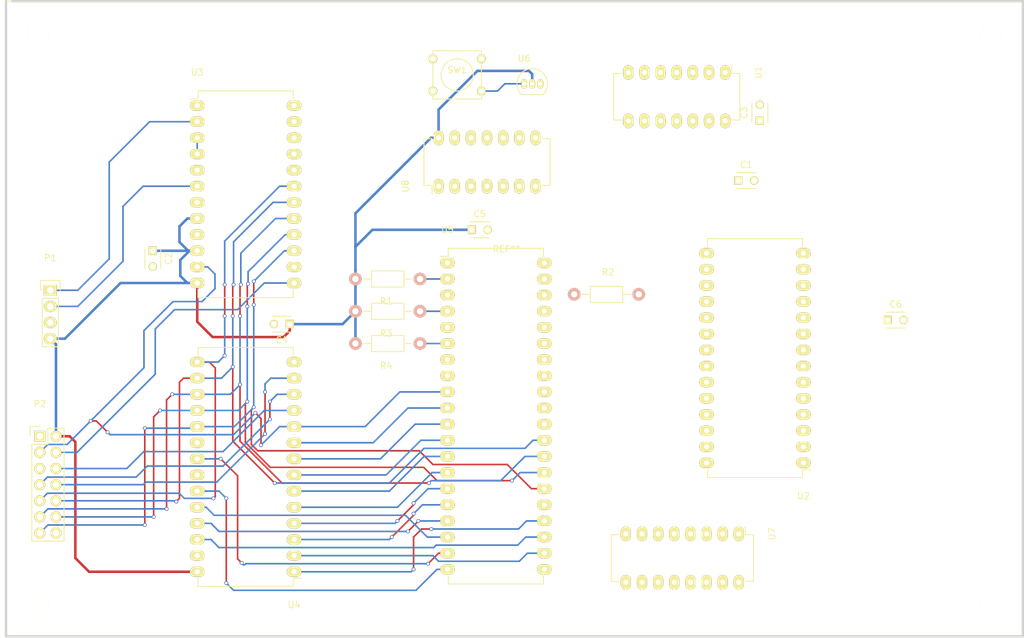
<source format=kicad_pcb>
(kicad_pcb (version 4) (host pcbnew "(2015-08-13 BZR 6091)-product")

  (general
    (links 138)
    (no_connects 84)
    (area 51.267143 51.528699 212.941181 152.569)
    (thickness 1.6)
    (drawings 0)
    (tracks 333)
    (zones 0)
    (modules 22)
    (nets 55)
  )

  (page A4)
  (layers
    (0 F.Cu signal)
    (31 B.Cu signal)
    (32 B.Adhes user)
    (33 F.Adhes user)
    (34 B.Paste user)
    (35 F.Paste user)
    (36 B.SilkS user)
    (37 F.SilkS user)
    (38 B.Mask user)
    (39 F.Mask user)
    (40 Dwgs.User user)
    (41 Cmts.User user)
    (42 Eco1.User user)
    (43 Eco2.User user)
    (44 Edge.Cuts user)
    (45 Margin user)
    (46 B.CrtYd user)
    (47 F.CrtYd user)
    (48 B.Fab user)
    (49 F.Fab user)
  )

  (setup
    (last_trace_width 0.25)
    (trace_clearance 0.2)
    (zone_clearance 0.508)
    (zone_45_only no)
    (trace_min 0.2)
    (segment_width 0.2)
    (edge_width 0.15)
    (via_size 0.6)
    (via_drill 0.4)
    (via_min_size 0.4)
    (via_min_drill 0.3)
    (uvia_size 0.3)
    (uvia_drill 0.1)
    (uvias_allowed no)
    (uvia_min_size 0.2)
    (uvia_min_drill 0.1)
    (pcb_text_width 0.3)
    (pcb_text_size 1.5 1.5)
    (mod_edge_width 0.15)
    (mod_text_size 1 1)
    (mod_text_width 0.15)
    (pad_size 1.524 1.524)
    (pad_drill 0.762)
    (pad_to_mask_clearance 0.2)
    (aux_axis_origin 0 0)
    (visible_elements FFFFFF7F)
    (pcbplotparams
      (layerselection 0x00030_80000001)
      (usegerberextensions false)
      (excludeedgelayer true)
      (linewidth 0.100000)
      (plotframeref false)
      (viasonmask false)
      (mode 1)
      (useauxorigin false)
      (hpglpennumber 1)
      (hpglpenspeed 20)
      (hpglpendiameter 15)
      (hpglpenoverlay 2)
      (psnegative false)
      (psa4output false)
      (plotreference true)
      (plotvalue true)
      (plotinvisibletext false)
      (padsonsilk false)
      (subtractmaskfromsilk false)
      (outputformat 1)
      (mirror false)
      (drillshape 1)
      (scaleselection 1)
      (outputdirectory ""))
  )

  (net 0 "")
  (net 1 "Net-(P1-Pad1)")
  (net 2 "Net-(P1-Pad2)")
  (net 3 GND)
  (net 4 VCC)
  (net 5 A0)
  (net 6 R/W)
  (net 7 /IO_2)
  (net 8 D0)
  (net 9 D1)
  (net 10 D2)
  (net 11 D3)
  (net 12 D4)
  (net 13 D5)
  (net 14 D6)
  (net 15 D7)
  (net 16 "Net-(P2-Pad14)")
  (net 17 "Net-(R1-Pad1)")
  (net 18 "Net-(R2-Pad1)")
  (net 19 /IRQ)
  (net 20 /NMI)
  (net 21 /RESET)
  (net 22 /RAM)
  (net 23 "Net-(U1-Pad3)")
  (net 24 "Net-(U1-Pad13)")
  (net 25 /READ)
  (net 26 PHI2)
  (net 27 /WRITE)
  (net 28 "Net-(U2-Pad1)")
  (net 29 /A12)
  (net 30 /A7)
  (net 31 /A6)
  (net 32 /A5)
  (net 33 /A4)
  (net 34 /A3)
  (net 35 /A2)
  (net 36 /A1)
  (net 37 /ROM)
  (net 38 /A10)
  (net 39 /A11)
  (net 40 /A9)
  (net 41 /A8)
  (net 42 "Net-(U2-Pad26)")
  (net 43 CLOCK)
  (net 44 "Net-(U3-Pad5)")
  (net 45 /ACIA)
  (net 46 A14)
  (net 47 A13)
  (net 48 "Net-(U5-Pad1)")
  (net 49 "Net-(U5-Pad3)")
  (net 50 "Net-(U5-Pad5)")
  (net 51 "Net-(U5-Pad7)")
  (net 52 "Net-(U5-Pad35)")
  (net 53 /IO_1)
  (net 54 "Net-(U8-Pad1)")

  (net_class Default "This is the default net class."
    (clearance 0.2)
    (trace_width 0.25)
    (via_dia 0.6)
    (via_drill 0.4)
    (uvia_dia 0.3)
    (uvia_drill 0.1)
    (add_net /A1)
    (add_net /A10)
    (add_net /A11)
    (add_net /A12)
    (add_net /A2)
    (add_net /A3)
    (add_net /A4)
    (add_net /A5)
    (add_net /A6)
    (add_net /A7)
    (add_net /A8)
    (add_net /A9)
    (add_net /ACIA)
    (add_net /IO_1)
    (add_net /IO_2)
    (add_net /IRQ)
    (add_net /NMI)
    (add_net /RAM)
    (add_net /READ)
    (add_net /RESET)
    (add_net /ROM)
    (add_net /WRITE)
    (add_net A0)
    (add_net A13)
    (add_net A14)
    (add_net CLOCK)
    (add_net D0)
    (add_net D1)
    (add_net D2)
    (add_net D3)
    (add_net D4)
    (add_net D5)
    (add_net D6)
    (add_net D7)
    (add_net "Net-(P1-Pad1)")
    (add_net "Net-(P1-Pad2)")
    (add_net "Net-(P2-Pad14)")
    (add_net "Net-(R1-Pad1)")
    (add_net "Net-(R2-Pad1)")
    (add_net "Net-(U1-Pad13)")
    (add_net "Net-(U1-Pad3)")
    (add_net "Net-(U2-Pad1)")
    (add_net "Net-(U2-Pad26)")
    (add_net "Net-(U3-Pad5)")
    (add_net "Net-(U5-Pad1)")
    (add_net "Net-(U5-Pad3)")
    (add_net "Net-(U5-Pad35)")
    (add_net "Net-(U5-Pad5)")
    (add_net "Net-(U5-Pad7)")
    (add_net "Net-(U8-Pad1)")
    (add_net PHI2)
    (add_net R/W)
  )

  (net_class POWER ""
    (clearance 0.3)
    (trace_width 0.4)
    (via_dia 0.6)
    (via_drill 0.4)
    (uvia_dia 0.3)
    (uvia_drill 0.1)
    (add_net GND)
    (add_net VCC)
  )

  (module EuroBoard_Outline:EuroBoard160mmX100mm_holes (layer F.Cu) (tedit 0) (tstamp 55DB5FE7)
    (at 52.451 152.019)
    (descr "Outline, Eurocard, 100x160mm, with holes 3,5mm,")
    (tags "Outline, Eurocard, 100x160mm, with holes 3,5mm,")
    (fp_text reference REF** (at 78.74 -60.96) (layer F.SilkS)
      (effects (font (size 1 1) (thickness 0.15)))
    )
    (fp_text value EuroBoard160mmX100mm_holes (at 85.09 -35.56) (layer F.Fab)
      (effects (font (size 1 1) (thickness 0.15)))
    )
    (fp_line (start 1.00076 -99.9998) (end 0 -99.9998) (layer F.SilkS) (width 0.15))
    (fp_line (start 0 -99.9998) (end 0 0) (layer Edge.Cuts) (width 0.381))
    (fp_line (start 0 0) (end 159.99968 0) (layer Edge.Cuts) (width 0.381))
    (fp_line (start 159.99968 0) (end 159.99968 -99.9998) (layer Edge.Cuts) (width 0.381))
    (fp_line (start 159.99968 -99.9998) (end 1.00076 -99.9998) (layer Edge.Cuts) (width 0.381))
    (pad "" np_thru_hole circle (at 5.00126 -95.00108) (size 3.50012 3.50012) (drill 3.50012) (layers *.Cu *.Mask F.SilkS))
    (pad "" np_thru_hole circle (at 155.00096 -95.00108) (size 3.50012 3.50012) (drill 3.50012) (layers *.Cu *.Mask F.SilkS))
    (pad "" np_thru_hole circle (at 155.00096 -5.00126) (size 3.50012 3.50012) (drill 3.50012) (layers *.Cu *.Mask F.SilkS))
    (pad "" np_thru_hole circle (at 5.00126 -5.00126) (size 3.50012 3.50012) (drill 3.50012) (layers *.Cu *.Mask F.SilkS))
  )

  (module Pin_Headers:Pin_Header_Straight_1x04 (layer F.Cu) (tedit 0) (tstamp 55DB5D30)
    (at 59.436 97.536)
    (descr "Through hole pin header")
    (tags "pin header")
    (path /55DA30A9)
    (fp_text reference P1 (at 0 -5.1) (layer F.SilkS)
      (effects (font (size 1 1) (thickness 0.15)))
    )
    (fp_text value "Serial / Power" (at 0 -3.1) (layer F.Fab)
      (effects (font (size 1 1) (thickness 0.15)))
    )
    (fp_line (start -1.75 -1.75) (end -1.75 9.4) (layer F.CrtYd) (width 0.05))
    (fp_line (start 1.75 -1.75) (end 1.75 9.4) (layer F.CrtYd) (width 0.05))
    (fp_line (start -1.75 -1.75) (end 1.75 -1.75) (layer F.CrtYd) (width 0.05))
    (fp_line (start -1.75 9.4) (end 1.75 9.4) (layer F.CrtYd) (width 0.05))
    (fp_line (start -1.27 1.27) (end -1.27 8.89) (layer F.SilkS) (width 0.15))
    (fp_line (start 1.27 1.27) (end 1.27 8.89) (layer F.SilkS) (width 0.15))
    (fp_line (start 1.55 -1.55) (end 1.55 0) (layer F.SilkS) (width 0.15))
    (fp_line (start -1.27 8.89) (end 1.27 8.89) (layer F.SilkS) (width 0.15))
    (fp_line (start 1.27 1.27) (end -1.27 1.27) (layer F.SilkS) (width 0.15))
    (fp_line (start -1.55 0) (end -1.55 -1.55) (layer F.SilkS) (width 0.15))
    (fp_line (start -1.55 -1.55) (end 1.55 -1.55) (layer F.SilkS) (width 0.15))
    (pad 1 thru_hole rect (at 0 0) (size 2.032 1.7272) (drill 1.016) (layers *.Cu *.Mask F.SilkS)
      (net 1 "Net-(P1-Pad1)"))
    (pad 2 thru_hole oval (at 0 2.54) (size 2.032 1.7272) (drill 1.016) (layers *.Cu *.Mask F.SilkS)
      (net 2 "Net-(P1-Pad2)"))
    (pad 3 thru_hole oval (at 0 5.08) (size 2.032 1.7272) (drill 1.016) (layers *.Cu *.Mask F.SilkS)
      (net 3 GND))
    (pad 4 thru_hole oval (at 0 7.62) (size 2.032 1.7272) (drill 1.016) (layers *.Cu *.Mask F.SilkS)
      (net 4 VCC))
    (model Pin_Headers.3dshapes/Pin_Header_Straight_1x04.wrl
      (at (xyz 0 -0.15 0))
      (scale (xyz 1 1 1))
      (rotate (xyz 0 0 90))
    )
  )

  (module Pin_Headers:Pin_Header_Straight_2x07 (layer F.Cu) (tedit 0) (tstamp 55DB5D42)
    (at 57.785 120.523)
    (descr "Through hole pin header")
    (tags "pin header")
    (path /55DB5C71)
    (fp_text reference P2 (at 0 -5.1) (layer F.SilkS)
      (effects (font (size 1 1) (thickness 0.15)))
    )
    (fp_text value "DISPLAY 128x64" (at 0 -3.1) (layer F.Fab)
      (effects (font (size 1 1) (thickness 0.15)))
    )
    (fp_line (start -1.75 -1.75) (end -1.75 17) (layer F.CrtYd) (width 0.05))
    (fp_line (start 4.3 -1.75) (end 4.3 17) (layer F.CrtYd) (width 0.05))
    (fp_line (start -1.75 -1.75) (end 4.3 -1.75) (layer F.CrtYd) (width 0.05))
    (fp_line (start -1.75 17) (end 4.3 17) (layer F.CrtYd) (width 0.05))
    (fp_line (start 3.81 16.51) (end 3.81 -1.27) (layer F.SilkS) (width 0.15))
    (fp_line (start -1.27 1.27) (end -1.27 16.51) (layer F.SilkS) (width 0.15))
    (fp_line (start 3.81 16.51) (end -1.27 16.51) (layer F.SilkS) (width 0.15))
    (fp_line (start 3.81 -1.27) (end 1.27 -1.27) (layer F.SilkS) (width 0.15))
    (fp_line (start 0 -1.55) (end -1.55 -1.55) (layer F.SilkS) (width 0.15))
    (fp_line (start 1.27 -1.27) (end 1.27 1.27) (layer F.SilkS) (width 0.15))
    (fp_line (start 1.27 1.27) (end -1.27 1.27) (layer F.SilkS) (width 0.15))
    (fp_line (start -1.55 -1.55) (end -1.55 0) (layer F.SilkS) (width 0.15))
    (pad 1 thru_hole rect (at 0 0) (size 1.7272 1.7272) (drill 1.016) (layers *.Cu *.Mask F.SilkS)
      (net 3 GND))
    (pad 2 thru_hole oval (at 2.54 0) (size 1.7272 1.7272) (drill 1.016) (layers *.Cu *.Mask F.SilkS)
      (net 4 VCC))
    (pad 3 thru_hole oval (at 0 2.54) (size 1.7272 1.7272) (drill 1.016) (layers *.Cu *.Mask F.SilkS)
      (net 5 A0))
    (pad 4 thru_hole oval (at 2.54 2.54) (size 1.7272 1.7272) (drill 1.016) (layers *.Cu *.Mask F.SilkS)
      (net 6 R/W))
    (pad 5 thru_hole oval (at 0 5.08) (size 1.7272 1.7272) (drill 1.016) (layers *.Cu *.Mask F.SilkS)
      (net 7 /IO_2))
    (pad 6 thru_hole oval (at 2.54 5.08) (size 1.7272 1.7272) (drill 1.016) (layers *.Cu *.Mask F.SilkS)
      (net 8 D0))
    (pad 7 thru_hole oval (at 0 7.62) (size 1.7272 1.7272) (drill 1.016) (layers *.Cu *.Mask F.SilkS)
      (net 9 D1))
    (pad 8 thru_hole oval (at 2.54 7.62) (size 1.7272 1.7272) (drill 1.016) (layers *.Cu *.Mask F.SilkS)
      (net 10 D2))
    (pad 9 thru_hole oval (at 0 10.16) (size 1.7272 1.7272) (drill 1.016) (layers *.Cu *.Mask F.SilkS)
      (net 11 D3))
    (pad 10 thru_hole oval (at 2.54 10.16) (size 1.7272 1.7272) (drill 1.016) (layers *.Cu *.Mask F.SilkS)
      (net 12 D4))
    (pad 11 thru_hole oval (at 0 12.7) (size 1.7272 1.7272) (drill 1.016) (layers *.Cu *.Mask F.SilkS)
      (net 13 D5))
    (pad 12 thru_hole oval (at 2.54 12.7) (size 1.7272 1.7272) (drill 1.016) (layers *.Cu *.Mask F.SilkS)
      (net 14 D6))
    (pad 13 thru_hole oval (at 0 15.24) (size 1.7272 1.7272) (drill 1.016) (layers *.Cu *.Mask F.SilkS)
      (net 15 D7))
    (pad 14 thru_hole oval (at 2.54 15.24) (size 1.7272 1.7272) (drill 1.016) (layers *.Cu *.Mask F.SilkS)
      (net 16 "Net-(P2-Pad14)"))
    (model Pin_Headers.3dshapes/Pin_Header_Straight_2x07.wrl
      (at (xyz 0.05 -0.3 0))
      (scale (xyz 1 1 1))
      (rotate (xyz 0 0 90))
    )
  )

  (module Resistors_ThroughHole:Resistor_Horizontal_RM10mm (layer F.Cu) (tedit 53F56209) (tstamp 55DB5D48)
    (at 112.522 95.758 180)
    (descr "Resistor, Axial,  RM 10mm, 1/3W,")
    (tags "Resistor, Axial, RM 10mm, 1/3W,")
    (path /55DA3B39)
    (fp_text reference R1 (at 0.24892 -3.50012 180) (layer F.SilkS)
      (effects (font (size 1 1) (thickness 0.15)))
    )
    (fp_text value 4k7 (at 3.81 3.81 180) (layer F.Fab)
      (effects (font (size 1 1) (thickness 0.15)))
    )
    (fp_line (start -2.54 -1.27) (end 2.54 -1.27) (layer F.SilkS) (width 0.15))
    (fp_line (start 2.54 -1.27) (end 2.54 1.27) (layer F.SilkS) (width 0.15))
    (fp_line (start 2.54 1.27) (end -2.54 1.27) (layer F.SilkS) (width 0.15))
    (fp_line (start -2.54 1.27) (end -2.54 -1.27) (layer F.SilkS) (width 0.15))
    (fp_line (start -2.54 0) (end -3.81 0) (layer F.SilkS) (width 0.15))
    (fp_line (start 2.54 0) (end 3.81 0) (layer F.SilkS) (width 0.15))
    (pad 1 thru_hole circle (at -5.08 0 180) (size 1.99898 1.99898) (drill 1.00076) (layers *.Cu *.SilkS *.Mask)
      (net 17 "Net-(R1-Pad1)"))
    (pad 2 thru_hole circle (at 5.08 0 180) (size 1.99898 1.99898) (drill 1.00076) (layers *.Cu *.SilkS *.Mask)
      (net 4 VCC))
    (model Resistors_ThroughHole.3dshapes/Resistor_Horizontal_RM10mm.wrl
      (at (xyz 0 0 0))
      (scale (xyz 0.4 0.4 0.4))
      (rotate (xyz 0 0 0))
    )
  )

  (module Resistors_ThroughHole:Resistor_Horizontal_RM10mm (layer F.Cu) (tedit 53F56209) (tstamp 55DB5D4E)
    (at 146.939 98.171)
    (descr "Resistor, Axial,  RM 10mm, 1/3W,")
    (tags "Resistor, Axial, RM 10mm, 1/3W,")
    (path /55DA41C5)
    (fp_text reference R2 (at 0.24892 -3.50012) (layer F.SilkS)
      (effects (font (size 1 1) (thickness 0.15)))
    )
    (fp_text value 4k7 (at 3.81 3.81) (layer F.Fab)
      (effects (font (size 1 1) (thickness 0.15)))
    )
    (fp_line (start -2.54 -1.27) (end 2.54 -1.27) (layer F.SilkS) (width 0.15))
    (fp_line (start 2.54 -1.27) (end 2.54 1.27) (layer F.SilkS) (width 0.15))
    (fp_line (start 2.54 1.27) (end -2.54 1.27) (layer F.SilkS) (width 0.15))
    (fp_line (start -2.54 1.27) (end -2.54 -1.27) (layer F.SilkS) (width 0.15))
    (fp_line (start -2.54 0) (end -3.81 0) (layer F.SilkS) (width 0.15))
    (fp_line (start 2.54 0) (end 3.81 0) (layer F.SilkS) (width 0.15))
    (pad 1 thru_hole circle (at -5.08 0) (size 1.99898 1.99898) (drill 1.00076) (layers *.Cu *.SilkS *.Mask)
      (net 18 "Net-(R2-Pad1)"))
    (pad 2 thru_hole circle (at 5.08 0) (size 1.99898 1.99898) (drill 1.00076) (layers *.Cu *.SilkS *.Mask)
      (net 4 VCC))
    (model Resistors_ThroughHole.3dshapes/Resistor_Horizontal_RM10mm.wrl
      (at (xyz 0 0 0))
      (scale (xyz 0.4 0.4 0.4))
      (rotate (xyz 0 0 0))
    )
  )

  (module Resistors_ThroughHole:Resistor_Horizontal_RM10mm (layer F.Cu) (tedit 53F56209) (tstamp 55DB5D54)
    (at 112.522 100.838 180)
    (descr "Resistor, Axial,  RM 10mm, 1/3W,")
    (tags "Resistor, Axial, RM 10mm, 1/3W,")
    (path /55DA3BD0)
    (fp_text reference R3 (at 0.24892 -3.50012 180) (layer F.SilkS)
      (effects (font (size 1 1) (thickness 0.15)))
    )
    (fp_text value 4k7 (at 3.81 3.81 180) (layer F.Fab)
      (effects (font (size 1 1) (thickness 0.15)))
    )
    (fp_line (start -2.54 -1.27) (end 2.54 -1.27) (layer F.SilkS) (width 0.15))
    (fp_line (start 2.54 -1.27) (end 2.54 1.27) (layer F.SilkS) (width 0.15))
    (fp_line (start 2.54 1.27) (end -2.54 1.27) (layer F.SilkS) (width 0.15))
    (fp_line (start -2.54 1.27) (end -2.54 -1.27) (layer F.SilkS) (width 0.15))
    (fp_line (start -2.54 0) (end -3.81 0) (layer F.SilkS) (width 0.15))
    (fp_line (start 2.54 0) (end 3.81 0) (layer F.SilkS) (width 0.15))
    (pad 1 thru_hole circle (at -5.08 0 180) (size 1.99898 1.99898) (drill 1.00076) (layers *.Cu *.SilkS *.Mask)
      (net 19 /IRQ))
    (pad 2 thru_hole circle (at 5.08 0 180) (size 1.99898 1.99898) (drill 1.00076) (layers *.Cu *.SilkS *.Mask)
      (net 4 VCC))
    (model Resistors_ThroughHole.3dshapes/Resistor_Horizontal_RM10mm.wrl
      (at (xyz 0 0 0))
      (scale (xyz 0.4 0.4 0.4))
      (rotate (xyz 0 0 0))
    )
  )

  (module Resistors_ThroughHole:Resistor_Horizontal_RM10mm (layer F.Cu) (tedit 53F56209) (tstamp 55DB5D5A)
    (at 112.522 105.918 180)
    (descr "Resistor, Axial,  RM 10mm, 1/3W,")
    (tags "Resistor, Axial, RM 10mm, 1/3W,")
    (path /55DA3C55)
    (fp_text reference R4 (at 0.24892 -3.50012 180) (layer F.SilkS)
      (effects (font (size 1 1) (thickness 0.15)))
    )
    (fp_text value 4k7 (at 3.81 3.81 180) (layer F.Fab)
      (effects (font (size 1 1) (thickness 0.15)))
    )
    (fp_line (start -2.54 -1.27) (end 2.54 -1.27) (layer F.SilkS) (width 0.15))
    (fp_line (start 2.54 -1.27) (end 2.54 1.27) (layer F.SilkS) (width 0.15))
    (fp_line (start 2.54 1.27) (end -2.54 1.27) (layer F.SilkS) (width 0.15))
    (fp_line (start -2.54 1.27) (end -2.54 -1.27) (layer F.SilkS) (width 0.15))
    (fp_line (start -2.54 0) (end -3.81 0) (layer F.SilkS) (width 0.15))
    (fp_line (start 2.54 0) (end 3.81 0) (layer F.SilkS) (width 0.15))
    (pad 1 thru_hole circle (at -5.08 0 180) (size 1.99898 1.99898) (drill 1.00076) (layers *.Cu *.SilkS *.Mask)
      (net 20 /NMI))
    (pad 2 thru_hole circle (at 5.08 0 180) (size 1.99898 1.99898) (drill 1.00076) (layers *.Cu *.SilkS *.Mask)
      (net 4 VCC))
    (model Resistors_ThroughHole.3dshapes/Resistor_Horizontal_RM10mm.wrl
      (at (xyz 0 0 0))
      (scale (xyz 0.4 0.4 0.4))
      (rotate (xyz 0 0 0))
    )
  )

  (module Buttons_Switches_ThroughHole:SW_PUSH_SMALL (layer F.Cu) (tedit 0) (tstamp 55DB5D62)
    (at 123.444 63.627)
    (path /55D9E7EA)
    (fp_text reference SW1 (at 0 -0.762) (layer F.SilkS)
      (effects (font (size 1 1) (thickness 0.15)))
    )
    (fp_text value SW_PUSH (at 0 1.016) (layer F.Fab)
      (effects (font (size 1 1) (thickness 0.15)))
    )
    (fp_circle (center 0 0) (end 0 -2.54) (layer F.SilkS) (width 0.15))
    (fp_line (start -3.81 -3.81) (end 3.81 -3.81) (layer F.SilkS) (width 0.15))
    (fp_line (start 3.81 -3.81) (end 3.81 3.81) (layer F.SilkS) (width 0.15))
    (fp_line (start 3.81 3.81) (end -3.81 3.81) (layer F.SilkS) (width 0.15))
    (fp_line (start -3.81 -3.81) (end -3.81 3.81) (layer F.SilkS) (width 0.15))
    (pad 1 thru_hole circle (at 3.81 -2.54) (size 1.397 1.397) (drill 0.8128) (layers *.Cu *.Mask F.SilkS)
      (net 3 GND))
    (pad 2 thru_hole circle (at 3.81 2.54) (size 1.397 1.397) (drill 0.8128) (layers *.Cu *.Mask F.SilkS)
      (net 21 /RESET))
    (pad 1 thru_hole circle (at -3.81 -2.54) (size 1.397 1.397) (drill 0.8128) (layers *.Cu *.Mask F.SilkS)
      (net 3 GND))
    (pad 2 thru_hole circle (at -3.81 2.54) (size 1.397 1.397) (drill 0.8128) (layers *.Cu *.Mask F.SilkS)
      (net 21 /RESET))
  )

  (module Housings_DIP:DIP-14_W7.62mm_LongPads (layer F.Cu) (tedit 54130A77) (tstamp 55DB5D74)
    (at 165.608 63.246 270)
    (descr "14-lead dip package, row spacing 7.62 mm (300 mils), longer pads")
    (tags "dil dip 2.54 300")
    (path /55DAD901)
    (fp_text reference U1 (at 0 -5.22 270) (layer F.SilkS)
      (effects (font (size 1 1) (thickness 0.15)))
    )
    (fp_text value 7400 (at 0 -3.72 270) (layer F.Fab)
      (effects (font (size 1 1) (thickness 0.15)))
    )
    (fp_line (start -1.4 -2.45) (end -1.4 17.7) (layer F.CrtYd) (width 0.05))
    (fp_line (start 9 -2.45) (end 9 17.7) (layer F.CrtYd) (width 0.05))
    (fp_line (start -1.4 -2.45) (end 9 -2.45) (layer F.CrtYd) (width 0.05))
    (fp_line (start -1.4 17.7) (end 9 17.7) (layer F.CrtYd) (width 0.05))
    (fp_line (start 0.135 -2.295) (end 0.135 -1.025) (layer F.SilkS) (width 0.15))
    (fp_line (start 7.485 -2.295) (end 7.485 -1.025) (layer F.SilkS) (width 0.15))
    (fp_line (start 7.485 17.535) (end 7.485 16.265) (layer F.SilkS) (width 0.15))
    (fp_line (start 0.135 17.535) (end 0.135 16.265) (layer F.SilkS) (width 0.15))
    (fp_line (start 0.135 -2.295) (end 7.485 -2.295) (layer F.SilkS) (width 0.15))
    (fp_line (start 0.135 17.535) (end 7.485 17.535) (layer F.SilkS) (width 0.15))
    (fp_line (start 0.135 -1.025) (end -1.15 -1.025) (layer F.SilkS) (width 0.15))
    (pad 1 thru_hole oval (at 0 0 270) (size 2.3 1.6) (drill 0.8) (layers *.Cu *.Mask F.SilkS)
      (net 22 /RAM))
    (pad 2 thru_hole oval (at 0 2.54 270) (size 2.3 1.6) (drill 0.8) (layers *.Cu *.Mask F.SilkS)
      (net 22 /RAM))
    (pad 3 thru_hole oval (at 0 5.08 270) (size 2.3 1.6) (drill 0.8) (layers *.Cu *.Mask F.SilkS)
      (net 23 "Net-(U1-Pad3)"))
    (pad 4 thru_hole oval (at 0 7.62 270) (size 2.3 1.6) (drill 0.8) (layers *.Cu *.Mask F.SilkS)
      (net 6 R/W))
    (pad 5 thru_hole oval (at 0 10.16 270) (size 2.3 1.6) (drill 0.8) (layers *.Cu *.Mask F.SilkS)
      (net 6 R/W))
    (pad 6 thru_hole oval (at 0 12.7 270) (size 2.3 1.6) (drill 0.8) (layers *.Cu *.Mask F.SilkS)
      (net 24 "Net-(U1-Pad13)"))
    (pad 7 thru_hole oval (at 0 15.24 270) (size 2.3 1.6) (drill 0.8) (layers *.Cu *.Mask F.SilkS)
      (net 3 GND))
    (pad 8 thru_hole oval (at 7.62 15.24 270) (size 2.3 1.6) (drill 0.8) (layers *.Cu *.Mask F.SilkS)
      (net 25 /READ))
    (pad 9 thru_hole oval (at 7.62 12.7 270) (size 2.3 1.6) (drill 0.8) (layers *.Cu *.Mask F.SilkS)
      (net 6 R/W))
    (pad 10 thru_hole oval (at 7.62 10.16 270) (size 2.3 1.6) (drill 0.8) (layers *.Cu *.Mask F.SilkS)
      (net 26 PHI2))
    (pad 11 thru_hole oval (at 7.62 7.62 270) (size 2.3 1.6) (drill 0.8) (layers *.Cu *.Mask F.SilkS)
      (net 27 /WRITE))
    (pad 12 thru_hole oval (at 7.62 5.08 270) (size 2.3 1.6) (drill 0.8) (layers *.Cu *.Mask F.SilkS)
      (net 26 PHI2))
    (pad 13 thru_hole oval (at 7.62 2.54 270) (size 2.3 1.6) (drill 0.8) (layers *.Cu *.Mask F.SilkS)
      (net 24 "Net-(U1-Pad13)"))
    (pad 14 thru_hole oval (at 7.62 0 270) (size 2.3 1.6) (drill 0.8) (layers *.Cu *.Mask F.SilkS)
      (net 4 VCC))
    (model Housings_DIP.3dshapes/DIP-14_W7.62mm_LongPads.wrl
      (at (xyz 0 0 0))
      (scale (xyz 1 1 1))
      (rotate (xyz 0 0 0))
    )
  )

  (module Housings_DIP:DIP-28_W15.24mm_LongPads (layer F.Cu) (tedit 54130A77) (tstamp 55DB5D94)
    (at 177.927 124.714 180)
    (descr "28-lead dip package, row spacing 15.24 mm (600 mils), longer pads")
    (tags "dil dip 2.54 600")
    (path /55D9DFD0)
    (fp_text reference U2 (at 0 -5.22 180) (layer F.SilkS)
      (effects (font (size 1 1) (thickness 0.15)))
    )
    (fp_text value 28C256 (at 0 -3.72 180) (layer F.Fab)
      (effects (font (size 1 1) (thickness 0.15)))
    )
    (fp_line (start -1.4 -2.45) (end -1.4 35.5) (layer F.CrtYd) (width 0.05))
    (fp_line (start 16.65 -2.45) (end 16.65 35.5) (layer F.CrtYd) (width 0.05))
    (fp_line (start -1.4 -2.45) (end 16.65 -2.45) (layer F.CrtYd) (width 0.05))
    (fp_line (start -1.4 35.5) (end 16.65 35.5) (layer F.CrtYd) (width 0.05))
    (fp_line (start 0.135 -2.295) (end 0.135 -1.025) (layer F.SilkS) (width 0.15))
    (fp_line (start 15.105 -2.295) (end 15.105 -1.025) (layer F.SilkS) (width 0.15))
    (fp_line (start 15.105 35.315) (end 15.105 34.045) (layer F.SilkS) (width 0.15))
    (fp_line (start 0.135 35.315) (end 0.135 34.045) (layer F.SilkS) (width 0.15))
    (fp_line (start 0.135 -2.295) (end 15.105 -2.295) (layer F.SilkS) (width 0.15))
    (fp_line (start 0.135 35.315) (end 15.105 35.315) (layer F.SilkS) (width 0.15))
    (fp_line (start 0.135 -1.025) (end -1.15 -1.025) (layer F.SilkS) (width 0.15))
    (pad 1 thru_hole oval (at 0 0 180) (size 2.3 1.6) (drill 0.8) (layers *.Cu *.Mask F.SilkS)
      (net 28 "Net-(U2-Pad1)"))
    (pad 2 thru_hole oval (at 0 2.54 180) (size 2.3 1.6) (drill 0.8) (layers *.Cu *.Mask F.SilkS)
      (net 29 /A12))
    (pad 3 thru_hole oval (at 0 5.08 180) (size 2.3 1.6) (drill 0.8) (layers *.Cu *.Mask F.SilkS)
      (net 30 /A7))
    (pad 4 thru_hole oval (at 0 7.62 180) (size 2.3 1.6) (drill 0.8) (layers *.Cu *.Mask F.SilkS)
      (net 31 /A6))
    (pad 5 thru_hole oval (at 0 10.16 180) (size 2.3 1.6) (drill 0.8) (layers *.Cu *.Mask F.SilkS)
      (net 32 /A5))
    (pad 6 thru_hole oval (at 0 12.7 180) (size 2.3 1.6) (drill 0.8) (layers *.Cu *.Mask F.SilkS)
      (net 33 /A4))
    (pad 7 thru_hole oval (at 0 15.24 180) (size 2.3 1.6) (drill 0.8) (layers *.Cu *.Mask F.SilkS)
      (net 34 /A3))
    (pad 8 thru_hole oval (at 0 17.78 180) (size 2.3 1.6) (drill 0.8) (layers *.Cu *.Mask F.SilkS)
      (net 35 /A2))
    (pad 9 thru_hole oval (at 0 20.32 180) (size 2.3 1.6) (drill 0.8) (layers *.Cu *.Mask F.SilkS)
      (net 36 /A1))
    (pad 10 thru_hole oval (at 0 22.86 180) (size 2.3 1.6) (drill 0.8) (layers *.Cu *.Mask F.SilkS)
      (net 5 A0))
    (pad 11 thru_hole oval (at 0 25.4 180) (size 2.3 1.6) (drill 0.8) (layers *.Cu *.Mask F.SilkS)
      (net 8 D0))
    (pad 12 thru_hole oval (at 0 27.94 180) (size 2.3 1.6) (drill 0.8) (layers *.Cu *.Mask F.SilkS)
      (net 9 D1))
    (pad 13 thru_hole oval (at 0 30.48 180) (size 2.3 1.6) (drill 0.8) (layers *.Cu *.Mask F.SilkS)
      (net 10 D2))
    (pad 14 thru_hole oval (at 0 33.02 180) (size 2.3 1.6) (drill 0.8) (layers *.Cu *.Mask F.SilkS)
      (net 3 GND))
    (pad 15 thru_hole oval (at 15.24 33.02 180) (size 2.3 1.6) (drill 0.8) (layers *.Cu *.Mask F.SilkS)
      (net 11 D3))
    (pad 16 thru_hole oval (at 15.24 30.48 180) (size 2.3 1.6) (drill 0.8) (layers *.Cu *.Mask F.SilkS)
      (net 12 D4))
    (pad 17 thru_hole oval (at 15.24 27.94 180) (size 2.3 1.6) (drill 0.8) (layers *.Cu *.Mask F.SilkS)
      (net 13 D5))
    (pad 18 thru_hole oval (at 15.24 25.4 180) (size 2.3 1.6) (drill 0.8) (layers *.Cu *.Mask F.SilkS)
      (net 14 D6))
    (pad 19 thru_hole oval (at 15.24 22.86 180) (size 2.3 1.6) (drill 0.8) (layers *.Cu *.Mask F.SilkS)
      (net 15 D7))
    (pad 20 thru_hole oval (at 15.24 20.32 180) (size 2.3 1.6) (drill 0.8) (layers *.Cu *.Mask F.SilkS)
      (net 37 /ROM))
    (pad 21 thru_hole oval (at 15.24 17.78 180) (size 2.3 1.6) (drill 0.8) (layers *.Cu *.Mask F.SilkS)
      (net 38 /A10))
    (pad 22 thru_hole oval (at 15.24 15.24 180) (size 2.3 1.6) (drill 0.8) (layers *.Cu *.Mask F.SilkS)
      (net 25 /READ))
    (pad 23 thru_hole oval (at 15.24 12.7 180) (size 2.3 1.6) (drill 0.8) (layers *.Cu *.Mask F.SilkS)
      (net 39 /A11))
    (pad 24 thru_hole oval (at 15.24 10.16 180) (size 2.3 1.6) (drill 0.8) (layers *.Cu *.Mask F.SilkS)
      (net 40 /A9))
    (pad 25 thru_hole oval (at 15.24 7.62 180) (size 2.3 1.6) (drill 0.8) (layers *.Cu *.Mask F.SilkS)
      (net 41 /A8))
    (pad 26 thru_hole oval (at 15.24 5.08 180) (size 2.3 1.6) (drill 0.8) (layers *.Cu *.Mask F.SilkS)
      (net 42 "Net-(U2-Pad26)"))
    (pad 27 thru_hole oval (at 15.24 2.54 180) (size 2.3 1.6) (drill 0.8) (layers *.Cu *.Mask F.SilkS)
      (net 4 VCC))
    (pad 28 thru_hole oval (at 15.24 0 180) (size 2.3 1.6) (drill 0.8) (layers *.Cu *.Mask F.SilkS)
      (net 4 VCC))
    (model Housings_DIP.3dshapes/DIP-28_W15.24mm_LongPads.wrl
      (at (xyz 0 0 0))
      (scale (xyz 1 1 1))
      (rotate (xyz 0 0 0))
    )
  )

  (module Housings_DIP:DIP-24_W15.24mm_LongPads (layer F.Cu) (tedit 54130A77) (tstamp 55DB5DB0)
    (at 82.55 68.453)
    (descr "24-lead dip package, row spacing 15.24 mm (600 mils), longer pads")
    (tags "dil dip 2.54 600")
    (path /55D9E0A8)
    (fp_text reference U3 (at 0 -5.22) (layer F.SilkS)
      (effects (font (size 1 1) (thickness 0.15)))
    )
    (fp_text value MC6850_ (at 0 -3.72) (layer F.Fab)
      (effects (font (size 1 1) (thickness 0.15)))
    )
    (fp_line (start -1.4 -2.45) (end -1.4 30.4) (layer F.CrtYd) (width 0.05))
    (fp_line (start 16.65 -2.45) (end 16.65 30.4) (layer F.CrtYd) (width 0.05))
    (fp_line (start -1.4 -2.45) (end 16.65 -2.45) (layer F.CrtYd) (width 0.05))
    (fp_line (start -1.4 30.4) (end 16.65 30.4) (layer F.CrtYd) (width 0.05))
    (fp_line (start 0.135 -2.295) (end 0.135 -1.025) (layer F.SilkS) (width 0.15))
    (fp_line (start 15.105 -2.295) (end 15.105 -1.025) (layer F.SilkS) (width 0.15))
    (fp_line (start 15.105 30.235) (end 15.105 28.965) (layer F.SilkS) (width 0.15))
    (fp_line (start 0.135 30.235) (end 0.135 28.965) (layer F.SilkS) (width 0.15))
    (fp_line (start 0.135 -2.295) (end 15.105 -2.295) (layer F.SilkS) (width 0.15))
    (fp_line (start 0.135 30.235) (end 15.105 30.235) (layer F.SilkS) (width 0.15))
    (fp_line (start 0.135 -1.025) (end -1.15 -1.025) (layer F.SilkS) (width 0.15))
    (pad 1 thru_hole oval (at 0 0) (size 2.3 1.6) (drill 0.8) (layers *.Cu *.Mask F.SilkS)
      (net 3 GND))
    (pad 2 thru_hole oval (at 0 2.54) (size 2.3 1.6) (drill 0.8) (layers *.Cu *.Mask F.SilkS)
      (net 1 "Net-(P1-Pad1)"))
    (pad 3 thru_hole oval (at 0 5.08) (size 2.3 1.6) (drill 0.8) (layers *.Cu *.Mask F.SilkS)
      (net 43 CLOCK))
    (pad 4 thru_hole oval (at 0 7.62) (size 2.3 1.6) (drill 0.8) (layers *.Cu *.Mask F.SilkS)
      (net 43 CLOCK))
    (pad 5 thru_hole oval (at 0 10.16) (size 2.3 1.6) (drill 0.8) (layers *.Cu *.Mask F.SilkS)
      (net 44 "Net-(U3-Pad5)"))
    (pad 6 thru_hole oval (at 0 12.7) (size 2.3 1.6) (drill 0.8) (layers *.Cu *.Mask F.SilkS)
      (net 2 "Net-(P1-Pad2)"))
    (pad 7 thru_hole oval (at 0 15.24) (size 2.3 1.6) (drill 0.8) (layers *.Cu *.Mask F.SilkS)
      (net 19 /IRQ))
    (pad 8 thru_hole oval (at 0 17.78) (size 2.3 1.6) (drill 0.8) (layers *.Cu *.Mask F.SilkS)
      (net 4 VCC))
    (pad 9 thru_hole oval (at 0 20.32) (size 2.3 1.6) (drill 0.8) (layers *.Cu *.Mask F.SilkS)
      (net 45 /ACIA))
    (pad 10 thru_hole oval (at 0 22.86) (size 2.3 1.6) (drill 0.8) (layers *.Cu *.Mask F.SilkS)
      (net 4 VCC))
    (pad 11 thru_hole oval (at 0 25.4) (size 2.3 1.6) (drill 0.8) (layers *.Cu *.Mask F.SilkS)
      (net 5 A0))
    (pad 12 thru_hole oval (at 0 27.94) (size 2.3 1.6) (drill 0.8) (layers *.Cu *.Mask F.SilkS)
      (net 4 VCC))
    (pad 13 thru_hole oval (at 15.24 27.94) (size 2.3 1.6) (drill 0.8) (layers *.Cu *.Mask F.SilkS)
      (net 6 R/W))
    (pad 14 thru_hole oval (at 15.24 25.4) (size 2.3 1.6) (drill 0.8) (layers *.Cu *.Mask F.SilkS)
      (net 43 CLOCK))
    (pad 15 thru_hole oval (at 15.24 22.86) (size 2.3 1.6) (drill 0.8) (layers *.Cu *.Mask F.SilkS)
      (net 15 D7))
    (pad 16 thru_hole oval (at 15.24 20.32) (size 2.3 1.6) (drill 0.8) (layers *.Cu *.Mask F.SilkS)
      (net 14 D6))
    (pad 17 thru_hole oval (at 15.24 17.78) (size 2.3 1.6) (drill 0.8) (layers *.Cu *.Mask F.SilkS)
      (net 13 D5))
    (pad 18 thru_hole oval (at 15.24 15.24) (size 2.3 1.6) (drill 0.8) (layers *.Cu *.Mask F.SilkS)
      (net 12 D4))
    (pad 19 thru_hole oval (at 15.24 12.7) (size 2.3 1.6) (drill 0.8) (layers *.Cu *.Mask F.SilkS)
      (net 11 D3))
    (pad 20 thru_hole oval (at 15.24 10.16) (size 2.3 1.6) (drill 0.8) (layers *.Cu *.Mask F.SilkS)
      (net 10 D2))
    (pad 21 thru_hole oval (at 15.24 7.62) (size 2.3 1.6) (drill 0.8) (layers *.Cu *.Mask F.SilkS)
      (net 9 D1))
    (pad 22 thru_hole oval (at 15.24 5.08) (size 2.3 1.6) (drill 0.8) (layers *.Cu *.Mask F.SilkS)
      (net 8 D0))
    (pad 23 thru_hole oval (at 15.24 2.54) (size 2.3 1.6) (drill 0.8) (layers *.Cu *.Mask F.SilkS)
      (net 3 GND))
    (pad 24 thru_hole oval (at 15.24 0) (size 2.3 1.6) (drill 0.8) (layers *.Cu *.Mask F.SilkS)
      (net 3 GND))
    (model Housings_DIP.3dshapes/DIP-24_W15.24mm_LongPads.wrl
      (at (xyz 0 0 0))
      (scale (xyz 1 1 1))
      (rotate (xyz 0 0 0))
    )
  )

  (module Housings_DIP:DIP-28_W15.24mm_LongPads (layer F.Cu) (tedit 54130A77) (tstamp 55DB5DD0)
    (at 97.79 141.859 180)
    (descr "28-lead dip package, row spacing 15.24 mm (600 mils), longer pads")
    (tags "dil dip 2.54 600")
    (path /55D9E062)
    (fp_text reference U4 (at 0 -5.22 180) (layer F.SilkS)
      (effects (font (size 1 1) (thickness 0.15)))
    )
    (fp_text value HM62256BLP-7 (at 0 -3.72 180) (layer F.Fab)
      (effects (font (size 1 1) (thickness 0.15)))
    )
    (fp_line (start -1.4 -2.45) (end -1.4 35.5) (layer F.CrtYd) (width 0.05))
    (fp_line (start 16.65 -2.45) (end 16.65 35.5) (layer F.CrtYd) (width 0.05))
    (fp_line (start -1.4 -2.45) (end 16.65 -2.45) (layer F.CrtYd) (width 0.05))
    (fp_line (start -1.4 35.5) (end 16.65 35.5) (layer F.CrtYd) (width 0.05))
    (fp_line (start 0.135 -2.295) (end 0.135 -1.025) (layer F.SilkS) (width 0.15))
    (fp_line (start 15.105 -2.295) (end 15.105 -1.025) (layer F.SilkS) (width 0.15))
    (fp_line (start 15.105 35.315) (end 15.105 34.045) (layer F.SilkS) (width 0.15))
    (fp_line (start 0.135 35.315) (end 0.135 34.045) (layer F.SilkS) (width 0.15))
    (fp_line (start 0.135 -2.295) (end 15.105 -2.295) (layer F.SilkS) (width 0.15))
    (fp_line (start 0.135 35.315) (end 15.105 35.315) (layer F.SilkS) (width 0.15))
    (fp_line (start 0.135 -1.025) (end -1.15 -1.025) (layer F.SilkS) (width 0.15))
    (pad 1 thru_hole oval (at 0 0 180) (size 2.3 1.6) (drill 0.8) (layers *.Cu *.Mask F.SilkS)
      (net 46 A14))
    (pad 2 thru_hole oval (at 0 2.54 180) (size 2.3 1.6) (drill 0.8) (layers *.Cu *.Mask F.SilkS)
      (net 29 /A12))
    (pad 3 thru_hole oval (at 0 5.08 180) (size 2.3 1.6) (drill 0.8) (layers *.Cu *.Mask F.SilkS)
      (net 30 /A7))
    (pad 4 thru_hole oval (at 0 7.62 180) (size 2.3 1.6) (drill 0.8) (layers *.Cu *.Mask F.SilkS)
      (net 31 /A6))
    (pad 5 thru_hole oval (at 0 10.16 180) (size 2.3 1.6) (drill 0.8) (layers *.Cu *.Mask F.SilkS)
      (net 32 /A5))
    (pad 6 thru_hole oval (at 0 12.7 180) (size 2.3 1.6) (drill 0.8) (layers *.Cu *.Mask F.SilkS)
      (net 33 /A4))
    (pad 7 thru_hole oval (at 0 15.24 180) (size 2.3 1.6) (drill 0.8) (layers *.Cu *.Mask F.SilkS)
      (net 34 /A3))
    (pad 8 thru_hole oval (at 0 17.78 180) (size 2.3 1.6) (drill 0.8) (layers *.Cu *.Mask F.SilkS)
      (net 35 /A2))
    (pad 9 thru_hole oval (at 0 20.32 180) (size 2.3 1.6) (drill 0.8) (layers *.Cu *.Mask F.SilkS)
      (net 36 /A1))
    (pad 10 thru_hole oval (at 0 22.86 180) (size 2.3 1.6) (drill 0.8) (layers *.Cu *.Mask F.SilkS)
      (net 5 A0))
    (pad 11 thru_hole oval (at 0 25.4 180) (size 2.3 1.6) (drill 0.8) (layers *.Cu *.Mask F.SilkS)
      (net 8 D0))
    (pad 12 thru_hole oval (at 0 27.94 180) (size 2.3 1.6) (drill 0.8) (layers *.Cu *.Mask F.SilkS)
      (net 9 D1))
    (pad 13 thru_hole oval (at 0 30.48 180) (size 2.3 1.6) (drill 0.8) (layers *.Cu *.Mask F.SilkS)
      (net 10 D2))
    (pad 14 thru_hole oval (at 0 33.02 180) (size 2.3 1.6) (drill 0.8) (layers *.Cu *.Mask F.SilkS)
      (net 3 GND))
    (pad 15 thru_hole oval (at 15.24 33.02 180) (size 2.3 1.6) (drill 0.8) (layers *.Cu *.Mask F.SilkS)
      (net 11 D3))
    (pad 16 thru_hole oval (at 15.24 30.48 180) (size 2.3 1.6) (drill 0.8) (layers *.Cu *.Mask F.SilkS)
      (net 12 D4))
    (pad 17 thru_hole oval (at 15.24 27.94 180) (size 2.3 1.6) (drill 0.8) (layers *.Cu *.Mask F.SilkS)
      (net 13 D5))
    (pad 18 thru_hole oval (at 15.24 25.4 180) (size 2.3 1.6) (drill 0.8) (layers *.Cu *.Mask F.SilkS)
      (net 14 D6))
    (pad 19 thru_hole oval (at 15.24 22.86 180) (size 2.3 1.6) (drill 0.8) (layers *.Cu *.Mask F.SilkS)
      (net 15 D7))
    (pad 20 thru_hole oval (at 15.24 20.32 180) (size 2.3 1.6) (drill 0.8) (layers *.Cu *.Mask F.SilkS)
      (net 22 /RAM))
    (pad 21 thru_hole oval (at 15.24 17.78 180) (size 2.3 1.6) (drill 0.8) (layers *.Cu *.Mask F.SilkS)
      (net 38 /A10))
    (pad 22 thru_hole oval (at 15.24 15.24 180) (size 2.3 1.6) (drill 0.8) (layers *.Cu *.Mask F.SilkS)
      (net 25 /READ))
    (pad 23 thru_hole oval (at 15.24 12.7 180) (size 2.3 1.6) (drill 0.8) (layers *.Cu *.Mask F.SilkS)
      (net 39 /A11))
    (pad 24 thru_hole oval (at 15.24 10.16 180) (size 2.3 1.6) (drill 0.8) (layers *.Cu *.Mask F.SilkS)
      (net 40 /A9))
    (pad 25 thru_hole oval (at 15.24 7.62 180) (size 2.3 1.6) (drill 0.8) (layers *.Cu *.Mask F.SilkS)
      (net 41 /A8))
    (pad 26 thru_hole oval (at 15.24 5.08 180) (size 2.3 1.6) (drill 0.8) (layers *.Cu *.Mask F.SilkS)
      (net 47 A13))
    (pad 27 thru_hole oval (at 15.24 2.54 180) (size 2.3 1.6) (drill 0.8) (layers *.Cu *.Mask F.SilkS)
      (net 27 /WRITE))
    (pad 28 thru_hole oval (at 15.24 0 180) (size 2.3 1.6) (drill 0.8) (layers *.Cu *.Mask F.SilkS)
      (net 4 VCC))
    (model Housings_DIP.3dshapes/DIP-28_W15.24mm_LongPads.wrl
      (at (xyz 0 0 0))
      (scale (xyz 1 1 1))
      (rotate (xyz 0 0 0))
    )
  )

  (module Housings_DIP:DIP-40_W15.24mm_LongPads (layer F.Cu) (tedit 54130A77) (tstamp 55DB5DFC)
    (at 121.92 93.218)
    (descr "40-lead dip package, row spacing 15.24 mm (600 mils), longer pads")
    (tags "dil dip 2.54 600")
    (path /55D9E027)
    (fp_text reference U5 (at 0 -5.22) (layer F.SilkS)
      (effects (font (size 1 1) (thickness 0.15)))
    )
    (fp_text value WD65C02_ (at 0 -3.72) (layer F.Fab)
      (effects (font (size 1 1) (thickness 0.15)))
    )
    (fp_line (start -1.4 -2.45) (end -1.4 50.75) (layer F.CrtYd) (width 0.05))
    (fp_line (start 16.65 -2.45) (end 16.65 50.75) (layer F.CrtYd) (width 0.05))
    (fp_line (start -1.4 -2.45) (end 16.65 -2.45) (layer F.CrtYd) (width 0.05))
    (fp_line (start -1.4 50.75) (end 16.65 50.75) (layer F.CrtYd) (width 0.05))
    (fp_line (start 0.135 -2.295) (end 0.135 -1.025) (layer F.SilkS) (width 0.15))
    (fp_line (start 15.105 -2.295) (end 15.105 -1.025) (layer F.SilkS) (width 0.15))
    (fp_line (start 15.105 50.555) (end 15.105 49.285) (layer F.SilkS) (width 0.15))
    (fp_line (start 0.135 50.555) (end 0.135 49.285) (layer F.SilkS) (width 0.15))
    (fp_line (start 0.135 -2.295) (end 15.105 -2.295) (layer F.SilkS) (width 0.15))
    (fp_line (start 0.135 50.555) (end 15.105 50.555) (layer F.SilkS) (width 0.15))
    (fp_line (start 0.135 -1.025) (end -1.15 -1.025) (layer F.SilkS) (width 0.15))
    (pad 1 thru_hole oval (at 0 0) (size 2.3 1.6) (drill 0.8) (layers *.Cu *.Mask F.SilkS)
      (net 48 "Net-(U5-Pad1)"))
    (pad 2 thru_hole oval (at 0 2.54) (size 2.3 1.6) (drill 0.8) (layers *.Cu *.Mask F.SilkS)
      (net 17 "Net-(R1-Pad1)"))
    (pad 3 thru_hole oval (at 0 5.08) (size 2.3 1.6) (drill 0.8) (layers *.Cu *.Mask F.SilkS)
      (net 49 "Net-(U5-Pad3)"))
    (pad 4 thru_hole oval (at 0 7.62) (size 2.3 1.6) (drill 0.8) (layers *.Cu *.Mask F.SilkS)
      (net 19 /IRQ))
    (pad 5 thru_hole oval (at 0 10.16) (size 2.3 1.6) (drill 0.8) (layers *.Cu *.Mask F.SilkS)
      (net 50 "Net-(U5-Pad5)"))
    (pad 6 thru_hole oval (at 0 12.7) (size 2.3 1.6) (drill 0.8) (layers *.Cu *.Mask F.SilkS)
      (net 20 /NMI))
    (pad 7 thru_hole oval (at 0 15.24) (size 2.3 1.6) (drill 0.8) (layers *.Cu *.Mask F.SilkS)
      (net 51 "Net-(U5-Pad7)"))
    (pad 8 thru_hole oval (at 0 17.78) (size 2.3 1.6) (drill 0.8) (layers *.Cu *.Mask F.SilkS)
      (net 4 VCC))
    (pad 9 thru_hole oval (at 0 20.32) (size 2.3 1.6) (drill 0.8) (layers *.Cu *.Mask F.SilkS)
      (net 5 A0))
    (pad 10 thru_hole oval (at 0 22.86) (size 2.3 1.6) (drill 0.8) (layers *.Cu *.Mask F.SilkS)
      (net 36 /A1))
    (pad 11 thru_hole oval (at 0 25.4) (size 2.3 1.6) (drill 0.8) (layers *.Cu *.Mask F.SilkS)
      (net 35 /A2))
    (pad 12 thru_hole oval (at 0 27.94) (size 2.3 1.6) (drill 0.8) (layers *.Cu *.Mask F.SilkS)
      (net 34 /A3))
    (pad 13 thru_hole oval (at 0 30.48) (size 2.3 1.6) (drill 0.8) (layers *.Cu *.Mask F.SilkS)
      (net 33 /A4))
    (pad 14 thru_hole oval (at 0 33.02) (size 2.3 1.6) (drill 0.8) (layers *.Cu *.Mask F.SilkS)
      (net 32 /A5))
    (pad 15 thru_hole oval (at 0 35.56) (size 2.3 1.6) (drill 0.8) (layers *.Cu *.Mask F.SilkS)
      (net 31 /A6))
    (pad 16 thru_hole oval (at 0 38.1) (size 2.3 1.6) (drill 0.8) (layers *.Cu *.Mask F.SilkS)
      (net 30 /A7))
    (pad 17 thru_hole oval (at 0 40.64) (size 2.3 1.6) (drill 0.8) (layers *.Cu *.Mask F.SilkS)
      (net 41 /A8))
    (pad 18 thru_hole oval (at 0 43.18) (size 2.3 1.6) (drill 0.8) (layers *.Cu *.Mask F.SilkS)
      (net 40 /A9))
    (pad 19 thru_hole oval (at 0 45.72) (size 2.3 1.6) (drill 0.8) (layers *.Cu *.Mask F.SilkS)
      (net 38 /A10))
    (pad 20 thru_hole oval (at 0 48.26) (size 2.3 1.6) (drill 0.8) (layers *.Cu *.Mask F.SilkS)
      (net 39 /A11))
    (pad 21 thru_hole oval (at 15.24 48.26) (size 2.3 1.6) (drill 0.8) (layers *.Cu *.Mask F.SilkS)
      (net 3 GND))
    (pad 22 thru_hole oval (at 15.24 45.72) (size 2.3 1.6) (drill 0.8) (layers *.Cu *.Mask F.SilkS)
      (net 29 /A12))
    (pad 23 thru_hole oval (at 15.24 43.18) (size 2.3 1.6) (drill 0.8) (layers *.Cu *.Mask F.SilkS)
      (net 47 A13))
    (pad 24 thru_hole oval (at 15.24 40.64) (size 2.3 1.6) (drill 0.8) (layers *.Cu *.Mask F.SilkS)
      (net 46 A14))
    (pad 25 thru_hole oval (at 15.24 38.1) (size 2.3 1.6) (drill 0.8) (layers *.Cu *.Mask F.SilkS)
      (net 22 /RAM))
    (pad 26 thru_hole oval (at 15.24 35.56) (size 2.3 1.6) (drill 0.8) (layers *.Cu *.Mask F.SilkS)
      (net 15 D7))
    (pad 27 thru_hole oval (at 15.24 33.02) (size 2.3 1.6) (drill 0.8) (layers *.Cu *.Mask F.SilkS)
      (net 14 D6))
    (pad 28 thru_hole oval (at 15.24 30.48) (size 2.3 1.6) (drill 0.8) (layers *.Cu *.Mask F.SilkS)
      (net 13 D5))
    (pad 29 thru_hole oval (at 15.24 27.94) (size 2.3 1.6) (drill 0.8) (layers *.Cu *.Mask F.SilkS)
      (net 12 D4))
    (pad 30 thru_hole oval (at 15.24 25.4) (size 2.3 1.6) (drill 0.8) (layers *.Cu *.Mask F.SilkS)
      (net 11 D3))
    (pad 31 thru_hole oval (at 15.24 22.86) (size 2.3 1.6) (drill 0.8) (layers *.Cu *.Mask F.SilkS)
      (net 10 D2))
    (pad 32 thru_hole oval (at 15.24 20.32) (size 2.3 1.6) (drill 0.8) (layers *.Cu *.Mask F.SilkS)
      (net 9 D1))
    (pad 33 thru_hole oval (at 15.24 17.78) (size 2.3 1.6) (drill 0.8) (layers *.Cu *.Mask F.SilkS)
      (net 8 D0))
    (pad 34 thru_hole oval (at 15.24 15.24) (size 2.3 1.6) (drill 0.8) (layers *.Cu *.Mask F.SilkS)
      (net 6 R/W))
    (pad 35 thru_hole oval (at 15.24 12.7) (size 2.3 1.6) (drill 0.8) (layers *.Cu *.Mask F.SilkS)
      (net 52 "Net-(U5-Pad35)"))
    (pad 36 thru_hole oval (at 15.24 10.16) (size 2.3 1.6) (drill 0.8) (layers *.Cu *.Mask F.SilkS)
      (net 18 "Net-(R2-Pad1)"))
    (pad 37 thru_hole oval (at 15.24 7.62) (size 2.3 1.6) (drill 0.8) (layers *.Cu *.Mask F.SilkS)
      (net 43 CLOCK))
    (pad 38 thru_hole oval (at 15.24 5.08) (size 2.3 1.6) (drill 0.8) (layers *.Cu *.Mask F.SilkS)
      (net 18 "Net-(R2-Pad1)"))
    (pad 39 thru_hole oval (at 15.24 2.54) (size 2.3 1.6) (drill 0.8) (layers *.Cu *.Mask F.SilkS)
      (net 26 PHI2))
    (pad 40 thru_hole oval (at 15.24 0) (size 2.3 1.6) (drill 0.8) (layers *.Cu *.Mask F.SilkS)
      (net 21 /RESET))
    (model Housings_DIP.3dshapes/DIP-40_W15.24mm_LongPads.wrl
      (at (xyz 0 0 0))
      (scale (xyz 1 1 1))
      (rotate (xyz 0 0 0))
    )
  )

  (module Housings_TO-92:TO-92_Inline_Narrow_Oval (layer F.Cu) (tedit 54F24281) (tstamp 55DB5E03)
    (at 133.985 65.024)
    (descr "TO-92 leads in-line, narrow, oval pads, drill 0.6mm (see NXP sot054_po.pdf)")
    (tags "to-92 sc-43 sc-43a sot54 PA33 transistor")
    (path /55D9E768)
    (fp_text reference U6 (at 0 -4) (layer F.SilkS)
      (effects (font (size 1 1) (thickness 0.15)))
    )
    (fp_text value DS1813 (at 0 3) (layer F.Fab)
      (effects (font (size 1 1) (thickness 0.15)))
    )
    (fp_line (start -1.4 1.95) (end -1.4 -2.65) (layer F.CrtYd) (width 0.05))
    (fp_line (start -1.4 1.95) (end 3.95 1.95) (layer F.CrtYd) (width 0.05))
    (fp_line (start -0.43 1.7) (end 2.97 1.7) (layer F.SilkS) (width 0.15))
    (fp_arc (start 1.27 0) (end 1.27 -2.4) (angle -135) (layer F.SilkS) (width 0.15))
    (fp_arc (start 1.27 0) (end 1.27 -2.4) (angle 135) (layer F.SilkS) (width 0.15))
    (fp_line (start -1.4 -2.65) (end 3.95 -2.65) (layer F.CrtYd) (width 0.05))
    (fp_line (start 3.95 1.95) (end 3.95 -2.65) (layer F.CrtYd) (width 0.05))
    (pad 2 thru_hole oval (at 1.27 0 180) (size 0.89916 1.50114) (drill 0.6) (layers *.Cu *.Mask F.SilkS)
      (net 4 VCC))
    (pad 3 thru_hole oval (at 2.54 0 180) (size 0.89916 1.50114) (drill 0.6) (layers *.Cu *.Mask F.SilkS)
      (net 3 GND))
    (pad 1 thru_hole oval (at 0 0 180) (size 0.89916 1.50114) (drill 0.6) (layers *.Cu *.Mask F.SilkS)
      (net 21 /RESET))
    (model Housings_TO-92.3dshapes/TO-92_Inline_Narrow_Oval.wrl
      (at (xyz 0.05 0 0))
      (scale (xyz 1 1 1))
      (rotate (xyz 0 0 -90))
    )
  )

  (module Housings_DIP:DIP-16_W7.62mm_LongPads (layer F.Cu) (tedit 54130A77) (tstamp 55DB5E17)
    (at 167.767 135.89 270)
    (descr "16-lead dip package, row spacing 7.62 mm (300 mils), longer pads")
    (tags "dil dip 2.54 300")
    (path /55D9E266)
    (fp_text reference U7 (at 0 -5.22 270) (layer F.SilkS)
      (effects (font (size 1 1) (thickness 0.15)))
    )
    (fp_text value 74HC139 (at 0 -3.72 270) (layer F.Fab)
      (effects (font (size 1 1) (thickness 0.15)))
    )
    (fp_line (start -1.4 -2.45) (end -1.4 20.25) (layer F.CrtYd) (width 0.05))
    (fp_line (start 9 -2.45) (end 9 20.25) (layer F.CrtYd) (width 0.05))
    (fp_line (start -1.4 -2.45) (end 9 -2.45) (layer F.CrtYd) (width 0.05))
    (fp_line (start -1.4 20.25) (end 9 20.25) (layer F.CrtYd) (width 0.05))
    (fp_line (start 0.135 -2.295) (end 0.135 -1.025) (layer F.SilkS) (width 0.15))
    (fp_line (start 7.485 -2.295) (end 7.485 -1.025) (layer F.SilkS) (width 0.15))
    (fp_line (start 7.485 20.075) (end 7.485 18.805) (layer F.SilkS) (width 0.15))
    (fp_line (start 0.135 20.075) (end 0.135 18.805) (layer F.SilkS) (width 0.15))
    (fp_line (start 0.135 -2.295) (end 7.485 -2.295) (layer F.SilkS) (width 0.15))
    (fp_line (start 0.135 20.075) (end 7.485 20.075) (layer F.SilkS) (width 0.15))
    (fp_line (start 0.135 -1.025) (end -1.15 -1.025) (layer F.SilkS) (width 0.15))
    (pad 1 thru_hole oval (at 0 0 270) (size 2.3 1.6) (drill 0.8) (layers *.Cu *.Mask F.SilkS)
      (net 23 "Net-(U1-Pad3)"))
    (pad 2 thru_hole oval (at 0 2.54 270) (size 2.3 1.6) (drill 0.8) (layers *.Cu *.Mask F.SilkS)
      (net 46 A14))
    (pad 3 thru_hole oval (at 0 5.08 270) (size 2.3 1.6) (drill 0.8) (layers *.Cu *.Mask F.SilkS)
      (net 47 A13))
    (pad 4 thru_hole oval (at 0 7.62 270) (size 2.3 1.6) (drill 0.8) (layers *.Cu *.Mask F.SilkS)
      (net 53 /IO_1))
    (pad 5 thru_hole oval (at 0 10.16 270) (size 2.3 1.6) (drill 0.8) (layers *.Cu *.Mask F.SilkS)
      (net 7 /IO_2))
    (pad 6 thru_hole oval (at 0 12.7 270) (size 2.3 1.6) (drill 0.8) (layers *.Cu *.Mask F.SilkS)
      (net 45 /ACIA))
    (pad 7 thru_hole oval (at 0 15.24 270) (size 2.3 1.6) (drill 0.8) (layers *.Cu *.Mask F.SilkS)
      (net 37 /ROM))
    (pad 8 thru_hole oval (at 0 17.78 270) (size 2.3 1.6) (drill 0.8) (layers *.Cu *.Mask F.SilkS)
      (net 3 GND))
    (pad 9 thru_hole oval (at 7.62 17.78 270) (size 2.3 1.6) (drill 0.8) (layers *.Cu *.Mask F.SilkS))
    (pad 10 thru_hole oval (at 7.62 15.24 270) (size 2.3 1.6) (drill 0.8) (layers *.Cu *.Mask F.SilkS))
    (pad 11 thru_hole oval (at 7.62 12.7 270) (size 2.3 1.6) (drill 0.8) (layers *.Cu *.Mask F.SilkS))
    (pad 12 thru_hole oval (at 7.62 10.16 270) (size 2.3 1.6) (drill 0.8) (layers *.Cu *.Mask F.SilkS))
    (pad 13 thru_hole oval (at 7.62 7.62 270) (size 2.3 1.6) (drill 0.8) (layers *.Cu *.Mask F.SilkS))
    (pad 14 thru_hole oval (at 7.62 5.08 270) (size 2.3 1.6) (drill 0.8) (layers *.Cu *.Mask F.SilkS))
    (pad 15 thru_hole oval (at 7.62 2.54 270) (size 2.3 1.6) (drill 0.8) (layers *.Cu *.Mask F.SilkS))
    (pad 16 thru_hole oval (at 7.62 0 270) (size 2.3 1.6) (drill 0.8) (layers *.Cu *.Mask F.SilkS)
      (net 4 VCC))
    (model Housings_DIP.3dshapes/DIP-16_W7.62mm_LongPads.wrl
      (at (xyz 0 0 0))
      (scale (xyz 1 1 1))
      (rotate (xyz 0 0 0))
    )
  )

  (module Capacitors_ThroughHole:C_Disc_D3_P2.5 (layer F.Cu) (tedit 0) (tstamp 55DB5FA4)
    (at 167.68 80.264)
    (descr "Capacitor 3mm Disc, Pitch 2.5mm")
    (tags Capacitor)
    (path /55DB772F)
    (fp_text reference C1 (at 1.25 -2.5) (layer F.SilkS)
      (effects (font (size 1 1) (thickness 0.15)))
    )
    (fp_text value 100nF (at 1.25 2.5) (layer F.Fab)
      (effects (font (size 1 1) (thickness 0.15)))
    )
    (fp_line (start -0.9 -1.5) (end 3.4 -1.5) (layer F.CrtYd) (width 0.05))
    (fp_line (start 3.4 -1.5) (end 3.4 1.5) (layer F.CrtYd) (width 0.05))
    (fp_line (start 3.4 1.5) (end -0.9 1.5) (layer F.CrtYd) (width 0.05))
    (fp_line (start -0.9 1.5) (end -0.9 -1.5) (layer F.CrtYd) (width 0.05))
    (fp_line (start -0.25 -1.25) (end 2.75 -1.25) (layer F.SilkS) (width 0.15))
    (fp_line (start 2.75 1.25) (end -0.25 1.25) (layer F.SilkS) (width 0.15))
    (pad 1 thru_hole rect (at 0 0) (size 1.3 1.3) (drill 0.8) (layers *.Cu *.Mask F.SilkS)
      (net 4 VCC))
    (pad 2 thru_hole circle (at 2.5 0) (size 1.3 1.3) (drill 0.8001) (layers *.Cu *.Mask F.SilkS)
      (net 3 GND))
    (model Capacitors_ThroughHole.3dshapes/C_Disc_D3_P2.5.wrl
      (at (xyz 0.0492126 0 0))
      (scale (xyz 1 1 1))
      (rotate (xyz 0 0 0))
    )
  )

  (module Capacitors_ThroughHole:C_Disc_D3_P2.5 (layer F.Cu) (tedit 0) (tstamp 55DB5FAA)
    (at 75.565 91.313 270)
    (descr "Capacitor 3mm Disc, Pitch 2.5mm")
    (tags Capacitor)
    (path /55DB7450)
    (fp_text reference C2 (at 1.25 -2.5 270) (layer F.SilkS)
      (effects (font (size 1 1) (thickness 0.15)))
    )
    (fp_text value 100nF (at 1.25 2.5 270) (layer F.Fab)
      (effects (font (size 1 1) (thickness 0.15)))
    )
    (fp_line (start -0.9 -1.5) (end 3.4 -1.5) (layer F.CrtYd) (width 0.05))
    (fp_line (start 3.4 -1.5) (end 3.4 1.5) (layer F.CrtYd) (width 0.05))
    (fp_line (start 3.4 1.5) (end -0.9 1.5) (layer F.CrtYd) (width 0.05))
    (fp_line (start -0.9 1.5) (end -0.9 -1.5) (layer F.CrtYd) (width 0.05))
    (fp_line (start -0.25 -1.25) (end 2.75 -1.25) (layer F.SilkS) (width 0.15))
    (fp_line (start 2.75 1.25) (end -0.25 1.25) (layer F.SilkS) (width 0.15))
    (pad 1 thru_hole rect (at 0 0 270) (size 1.3 1.3) (drill 0.8) (layers *.Cu *.Mask F.SilkS)
      (net 4 VCC))
    (pad 2 thru_hole circle (at 2.5 0 270) (size 1.3 1.3) (drill 0.8001) (layers *.Cu *.Mask F.SilkS)
      (net 3 GND))
    (model Capacitors_ThroughHole.3dshapes/C_Disc_D3_P2.5.wrl
      (at (xyz 0.0492126 0 0))
      (scale (xyz 1 1 1))
      (rotate (xyz 0 0 0))
    )
  )

  (module Capacitors_ThroughHole:C_Disc_D3_P2.5 (layer F.Cu) (tedit 0) (tstamp 55DB5FB0)
    (at 171.069 70.826 90)
    (descr "Capacitor 3mm Disc, Pitch 2.5mm")
    (tags Capacitor)
    (path /55DB7505)
    (fp_text reference C3 (at 1.25 -2.5 90) (layer F.SilkS)
      (effects (font (size 1 1) (thickness 0.15)))
    )
    (fp_text value 100nF (at 1.25 2.5 90) (layer F.Fab)
      (effects (font (size 1 1) (thickness 0.15)))
    )
    (fp_line (start -0.9 -1.5) (end 3.4 -1.5) (layer F.CrtYd) (width 0.05))
    (fp_line (start 3.4 -1.5) (end 3.4 1.5) (layer F.CrtYd) (width 0.05))
    (fp_line (start 3.4 1.5) (end -0.9 1.5) (layer F.CrtYd) (width 0.05))
    (fp_line (start -0.9 1.5) (end -0.9 -1.5) (layer F.CrtYd) (width 0.05))
    (fp_line (start -0.25 -1.25) (end 2.75 -1.25) (layer F.SilkS) (width 0.15))
    (fp_line (start 2.75 1.25) (end -0.25 1.25) (layer F.SilkS) (width 0.15))
    (pad 1 thru_hole rect (at 0 0 90) (size 1.3 1.3) (drill 0.8) (layers *.Cu *.Mask F.SilkS)
      (net 4 VCC))
    (pad 2 thru_hole circle (at 2.5 0 90) (size 1.3 1.3) (drill 0.8001) (layers *.Cu *.Mask F.SilkS)
      (net 3 GND))
    (model Capacitors_ThroughHole.3dshapes/C_Disc_D3_P2.5.wrl
      (at (xyz 0.0492126 0 0))
      (scale (xyz 1 1 1))
      (rotate (xyz 0 0 0))
    )
  )

  (module Capacitors_ThroughHole:C_Disc_D3_P2.5 (layer F.Cu) (tedit 0) (tstamp 55DB5FB6)
    (at 97.115 102.87 180)
    (descr "Capacitor 3mm Disc, Pitch 2.5mm")
    (tags Capacitor)
    (path /55DB7552)
    (fp_text reference C4 (at 1.25 -2.5 180) (layer F.SilkS)
      (effects (font (size 1 1) (thickness 0.15)))
    )
    (fp_text value 100nF (at 1.25 2.5 180) (layer F.Fab)
      (effects (font (size 1 1) (thickness 0.15)))
    )
    (fp_line (start -0.9 -1.5) (end 3.4 -1.5) (layer F.CrtYd) (width 0.05))
    (fp_line (start 3.4 -1.5) (end 3.4 1.5) (layer F.CrtYd) (width 0.05))
    (fp_line (start 3.4 1.5) (end -0.9 1.5) (layer F.CrtYd) (width 0.05))
    (fp_line (start -0.9 1.5) (end -0.9 -1.5) (layer F.CrtYd) (width 0.05))
    (fp_line (start -0.25 -1.25) (end 2.75 -1.25) (layer F.SilkS) (width 0.15))
    (fp_line (start 2.75 1.25) (end -0.25 1.25) (layer F.SilkS) (width 0.15))
    (pad 1 thru_hole rect (at 0 0 180) (size 1.3 1.3) (drill 0.8) (layers *.Cu *.Mask F.SilkS)
      (net 4 VCC))
    (pad 2 thru_hole circle (at 2.5 0 180) (size 1.3 1.3) (drill 0.8001) (layers *.Cu *.Mask F.SilkS)
      (net 3 GND))
    (model Capacitors_ThroughHole.3dshapes/C_Disc_D3_P2.5.wrl
      (at (xyz 0.0492126 0 0))
      (scale (xyz 1 1 1))
      (rotate (xyz 0 0 0))
    )
  )

  (module Capacitors_ThroughHole:C_Disc_D3_P2.5 (layer F.Cu) (tedit 0) (tstamp 55DB5FBC)
    (at 125.73 88.011)
    (descr "Capacitor 3mm Disc, Pitch 2.5mm")
    (tags Capacitor)
    (path /55DB75A1)
    (fp_text reference C5 (at 1.25 -2.5) (layer F.SilkS)
      (effects (font (size 1 1) (thickness 0.15)))
    )
    (fp_text value 100nF (at 1.25 2.5) (layer F.Fab)
      (effects (font (size 1 1) (thickness 0.15)))
    )
    (fp_line (start -0.9 -1.5) (end 3.4 -1.5) (layer F.CrtYd) (width 0.05))
    (fp_line (start 3.4 -1.5) (end 3.4 1.5) (layer F.CrtYd) (width 0.05))
    (fp_line (start 3.4 1.5) (end -0.9 1.5) (layer F.CrtYd) (width 0.05))
    (fp_line (start -0.9 1.5) (end -0.9 -1.5) (layer F.CrtYd) (width 0.05))
    (fp_line (start -0.25 -1.25) (end 2.75 -1.25) (layer F.SilkS) (width 0.15))
    (fp_line (start 2.75 1.25) (end -0.25 1.25) (layer F.SilkS) (width 0.15))
    (pad 1 thru_hole rect (at 0 0) (size 1.3 1.3) (drill 0.8) (layers *.Cu *.Mask F.SilkS)
      (net 4 VCC))
    (pad 2 thru_hole circle (at 2.5 0) (size 1.3 1.3) (drill 0.8001) (layers *.Cu *.Mask F.SilkS)
      (net 3 GND))
    (model Capacitors_ThroughHole.3dshapes/C_Disc_D3_P2.5.wrl
      (at (xyz 0.0492126 0 0))
      (scale (xyz 1 1 1))
      (rotate (xyz 0 0 0))
    )
  )

  (module Capacitors_ThroughHole:C_Disc_D3_P2.5 (layer F.Cu) (tedit 0) (tstamp 55DB5FC2)
    (at 191.175 102.235)
    (descr "Capacitor 3mm Disc, Pitch 2.5mm")
    (tags Capacitor)
    (path /55DB75F3)
    (fp_text reference C6 (at 1.25 -2.5) (layer F.SilkS)
      (effects (font (size 1 1) (thickness 0.15)))
    )
    (fp_text value 100nF (at 1.25 2.5) (layer F.Fab)
      (effects (font (size 1 1) (thickness 0.15)))
    )
    (fp_line (start -0.9 -1.5) (end 3.4 -1.5) (layer F.CrtYd) (width 0.05))
    (fp_line (start 3.4 -1.5) (end 3.4 1.5) (layer F.CrtYd) (width 0.05))
    (fp_line (start 3.4 1.5) (end -0.9 1.5) (layer F.CrtYd) (width 0.05))
    (fp_line (start -0.9 1.5) (end -0.9 -1.5) (layer F.CrtYd) (width 0.05))
    (fp_line (start -0.25 -1.25) (end 2.75 -1.25) (layer F.SilkS) (width 0.15))
    (fp_line (start 2.75 1.25) (end -0.25 1.25) (layer F.SilkS) (width 0.15))
    (pad 1 thru_hole rect (at 0 0) (size 1.3 1.3) (drill 0.8) (layers *.Cu *.Mask F.SilkS)
      (net 4 VCC))
    (pad 2 thru_hole circle (at 2.5 0) (size 1.3 1.3) (drill 0.8001) (layers *.Cu *.Mask F.SilkS)
      (net 3 GND))
    (model Capacitors_ThroughHole.3dshapes/C_Disc_D3_P2.5.wrl
      (at (xyz 0.0492126 0 0))
      (scale (xyz 1 1 1))
      (rotate (xyz 0 0 0))
    )
  )

  (module Housings_DIP:DIP-14_W7.62mm_LongPads (layer F.Cu) (tedit 54130A77) (tstamp 55DB6131)
    (at 120.523 81.153 90)
    (descr "14-lead dip package, row spacing 7.62 mm (300 mils), longer pads")
    (tags "dil dip 2.54 300")
    (path /55D9E7A2)
    (fp_text reference U8 (at 0 -5.22 90) (layer F.SilkS)
      (effects (font (size 1 1) (thickness 0.15)))
    )
    (fp_text value Oscillator (at 0 -3.72 90) (layer F.Fab)
      (effects (font (size 1 1) (thickness 0.15)))
    )
    (fp_line (start -1.4 -2.45) (end -1.4 17.7) (layer F.CrtYd) (width 0.05))
    (fp_line (start 9 -2.45) (end 9 17.7) (layer F.CrtYd) (width 0.05))
    (fp_line (start -1.4 -2.45) (end 9 -2.45) (layer F.CrtYd) (width 0.05))
    (fp_line (start -1.4 17.7) (end 9 17.7) (layer F.CrtYd) (width 0.05))
    (fp_line (start 0.135 -2.295) (end 0.135 -1.025) (layer F.SilkS) (width 0.15))
    (fp_line (start 7.485 -2.295) (end 7.485 -1.025) (layer F.SilkS) (width 0.15))
    (fp_line (start 7.485 17.535) (end 7.485 16.265) (layer F.SilkS) (width 0.15))
    (fp_line (start 0.135 17.535) (end 0.135 16.265) (layer F.SilkS) (width 0.15))
    (fp_line (start 0.135 -2.295) (end 7.485 -2.295) (layer F.SilkS) (width 0.15))
    (fp_line (start 0.135 17.535) (end 7.485 17.535) (layer F.SilkS) (width 0.15))
    (fp_line (start 0.135 -1.025) (end -1.15 -1.025) (layer F.SilkS) (width 0.15))
    (pad 1 thru_hole oval (at 0 0 90) (size 2.3 1.6) (drill 0.8) (layers *.Cu *.Mask F.SilkS)
      (net 54 "Net-(U8-Pad1)"))
    (pad 2 thru_hole oval (at 0 2.54 90) (size 2.3 1.6) (drill 0.8) (layers *.Cu *.Mask F.SilkS))
    (pad 3 thru_hole oval (at 0 5.08 90) (size 2.3 1.6) (drill 0.8) (layers *.Cu *.Mask F.SilkS))
    (pad 4 thru_hole oval (at 0 7.62 90) (size 2.3 1.6) (drill 0.8) (layers *.Cu *.Mask F.SilkS))
    (pad 5 thru_hole oval (at 0 10.16 90) (size 2.3 1.6) (drill 0.8) (layers *.Cu *.Mask F.SilkS))
    (pad 6 thru_hole oval (at 0 12.7 90) (size 2.3 1.6) (drill 0.8) (layers *.Cu *.Mask F.SilkS))
    (pad 7 thru_hole oval (at 0 15.24 90) (size 2.3 1.6) (drill 0.8) (layers *.Cu *.Mask F.SilkS)
      (net 3 GND))
    (pad 8 thru_hole oval (at 7.62 15.24 90) (size 2.3 1.6) (drill 0.8) (layers *.Cu *.Mask F.SilkS)
      (net 43 CLOCK))
    (pad 9 thru_hole oval (at 7.62 12.7 90) (size 2.3 1.6) (drill 0.8) (layers *.Cu *.Mask F.SilkS))
    (pad 10 thru_hole oval (at 7.62 10.16 90) (size 2.3 1.6) (drill 0.8) (layers *.Cu *.Mask F.SilkS))
    (pad 11 thru_hole oval (at 7.62 7.62 90) (size 2.3 1.6) (drill 0.8) (layers *.Cu *.Mask F.SilkS))
    (pad 12 thru_hole oval (at 7.62 5.08 90) (size 2.3 1.6) (drill 0.8) (layers *.Cu *.Mask F.SilkS))
    (pad 13 thru_hole oval (at 7.62 2.54 90) (size 2.3 1.6) (drill 0.8) (layers *.Cu *.Mask F.SilkS))
    (pad 14 thru_hole oval (at 7.62 0 90) (size 2.3 1.6) (drill 0.8) (layers *.Cu *.Mask F.SilkS)
      (net 4 VCC))
    (model Housings_DIP.3dshapes/DIP-14_W7.62mm_LongPads.wrl
      (at (xyz 0 0 0))
      (scale (xyz 1 1 1))
      (rotate (xyz 0 0 0))
    )
  )

  (segment (start 59.436 97.536) (end 63.754 97.536) (width 0.25) (layer B.Cu) (net 1))
  (segment (start 75.057 70.993) (end 82.55 70.993) (width 0.25) (layer B.Cu) (net 1))
  (segment (start 63.754 97.536) (end 68.707 92.583) (width 0.25) (layer B.Cu) (net 1))
  (segment (start 68.707 92.583) (end 68.707 77.343) (width 0.25) (layer B.Cu) (net 1))
  (segment (start 68.707 77.343) (end 75.057 70.993) (width 0.25) (layer B.Cu) (net 1))
  (segment (start 70.866 84.328) (end 74.041 81.153) (width 0.25) (layer B.Cu) (net 2))
  (segment (start 74.041 81.153) (end 82.55 81.153) (width 0.25) (layer B.Cu) (net 2))
  (segment (start 70.866 92.964) (end 70.866 84.328) (width 0.25) (layer B.Cu) (net 2))
  (segment (start 63.754 100.076) (end 70.866 92.964) (width 0.25) (layer B.Cu) (net 2))
  (segment (start 59.436 100.076) (end 63.754 100.076) (width 0.25) (layer B.Cu) (net 2))
  (segment (start 82.55 96.393) (end 82.55 102.489) (width 0.4) (layer F.Cu) (net 4))
  (segment (start 96.133 104.902) (end 97.115 103.92) (width 0.4) (layer F.Cu) (net 4))
  (segment (start 82.55 102.489) (end 84.963 104.902) (width 0.4) (layer F.Cu) (net 4))
  (segment (start 84.963 104.902) (end 96.133 104.902) (width 0.4) (layer F.Cu) (net 4))
  (segment (start 97.115 103.92) (end 97.115 102.87) (width 0.4) (layer F.Cu) (net 4))
  (segment (start 97.115 102.87) (end 105.41 102.87) (width 0.4) (layer B.Cu) (net 4))
  (segment (start 105.41 102.87) (end 107.442 100.838) (width 0.4) (layer B.Cu) (net 4))
  (segment (start 107.442 100.838) (end 107.442 105.918) (width 0.4) (layer B.Cu) (net 4))
  (segment (start 107.442 95.758) (end 107.442 100.838) (width 0.4) (layer B.Cu) (net 4))
  (segment (start 107.442 85.414) (end 107.442 90.68912) (width 0.4) (layer B.Cu) (net 4))
  (segment (start 107.442 90.68912) (end 107.442 94.344508) (width 0.4) (layer B.Cu) (net 4))
  (segment (start 125.73 88.011) (end 110.12012 88.011) (width 0.4) (layer B.Cu) (net 4))
  (segment (start 110.12012 88.011) (end 107.442 90.68912) (width 0.4) (layer B.Cu) (net 4))
  (segment (start 120.523 73.533) (end 119.323 73.533) (width 0.4) (layer B.Cu) (net 4))
  (segment (start 119.323 73.533) (end 107.442 85.414) (width 0.4) (layer B.Cu) (net 4))
  (segment (start 107.442 94.344508) (end 107.442 95.758) (width 0.4) (layer B.Cu) (net 4))
  (segment (start 81.343922 91.313) (end 81.12116 91.313) (width 0.4) (layer B.Cu) (net 4))
  (segment (start 81.12116 91.313) (end 75.565 91.313) (width 0.4) (layer B.Cu) (net 4))
  (segment (start 79.756 87.477) (end 79.756 89.94784) (width 0.4) (layer B.Cu) (net 4))
  (segment (start 79.756 89.94784) (end 81.12116 91.313) (width 0.4) (layer B.Cu) (net 4))
  (segment (start 82.55 86.233) (end 81 86.233) (width 0.4) (layer B.Cu) (net 4))
  (segment (start 81 86.233) (end 79.756 87.477) (width 0.4) (layer B.Cu) (net 4))
  (segment (start 82.55 91.313) (end 81.343922 91.313) (width 0.4) (layer B.Cu) (net 4))
  (segment (start 79.883 95.276) (end 79.883 92.773922) (width 0.4) (layer B.Cu) (net 4))
  (segment (start 79.883 92.773922) (end 81.343922 91.313) (width 0.4) (layer B.Cu) (net 4))
  (segment (start 82.55 96.393) (end 81 96.393) (width 0.4) (layer B.Cu) (net 4))
  (segment (start 81 96.393) (end 79.883 95.276) (width 0.4) (layer B.Cu) (net 4))
  (segment (start 134.747 62.992) (end 135.255 63.5) (width 0.4) (layer B.Cu) (net 4))
  (segment (start 135.255 63.5) (end 135.255 65.024) (width 0.4) (layer B.Cu) (net 4))
  (segment (start 126.619 62.992) (end 134.747 62.992) (width 0.4) (layer B.Cu) (net 4))
  (segment (start 120.523 69.088) (end 126.619 62.992) (width 0.4) (layer B.Cu) (net 4))
  (segment (start 120.523 73.533) (end 120.523 69.088) (width 0.4) (layer B.Cu) (net 4))
  (segment (start 63.373 139.7) (end 65.532 141.859) (width 0.4) (layer F.Cu) (net 4))
  (segment (start 65.532 141.859) (end 82.55 141.859) (width 0.4) (layer F.Cu) (net 4))
  (segment (start 63.373 121.412) (end 63.373 139.7) (width 0.4) (layer F.Cu) (net 4))
  (segment (start 62.484 120.523) (end 63.373 121.412) (width 0.4) (layer F.Cu) (net 4))
  (segment (start 60.325 120.523) (end 62.484 120.523) (width 0.4) (layer F.Cu) (net 4))
  (segment (start 60.325 120.523) (end 60.325 106.045) (width 0.4) (layer B.Cu) (net 4))
  (segment (start 60.325 106.045) (end 59.436 105.156) (width 0.4) (layer B.Cu) (net 4))
  (segment (start 61.722 105.156) (end 70.485 96.393) (width 0.4) (layer B.Cu) (net 4))
  (segment (start 70.485 96.393) (end 82.55 96.393) (width 0.4) (layer B.Cu) (net 4))
  (segment (start 59.436 105.156) (end 61.722 105.156) (width 0.4) (layer B.Cu) (net 4))
  (via (at 65.786 118.11) (size 0.6) (drill 0.4) (layers F.Cu B.Cu) (net 5))
  (segment (start 68.453 119.888) (end 66.675 118.11) (width 0.25) (layer F.Cu) (net 5))
  (segment (start 66.675 118.11) (end 65.786 118.11) (width 0.25) (layer F.Cu) (net 5))
  (segment (start 88.265 120.269) (end 68.834 120.269) (width 0.25) (layer B.Cu) (net 5))
  (segment (start 68.834 120.269) (end 68.453 119.888) (width 0.25) (layer B.Cu) (net 5))
  (via (at 68.453 119.888) (size 0.6) (drill 0.4) (layers F.Cu B.Cu) (net 5))
  (segment (start 91.694 116.84) (end 88.265 120.269) (width 0.25) (layer B.Cu) (net 5))
  (segment (start 92.583 117.729) (end 91.694 116.84) (width 0.25) (layer F.Cu) (net 5))
  (via (at 91.694 116.84) (size 0.6) (drill 0.4) (layers F.Cu B.Cu) (net 5))
  (segment (start 92.583 121.92) (end 92.583 117.729) (width 0.25) (layer F.Cu) (net 5))
  (segment (start 97.79 118.999) (end 95.504 118.999) (width 0.25) (layer B.Cu) (net 5))
  (segment (start 95.504 118.999) (end 92.583 121.92) (width 0.25) (layer B.Cu) (net 5))
  (via (at 92.583 121.92) (size 0.6) (drill 0.4) (layers F.Cu B.Cu) (net 5))
  (segment (start 108.966 118.999) (end 114.427 113.538) (width 0.25) (layer B.Cu) (net 5))
  (segment (start 114.427 113.538) (end 121.92 113.538) (width 0.25) (layer B.Cu) (net 5))
  (segment (start 97.79 118.999) (end 108.966 118.999) (width 0.25) (layer B.Cu) (net 5))
  (segment (start 85.344 94.996) (end 84.201 93.853) (width 0.25) (layer B.Cu) (net 5))
  (segment (start 84.201 93.853) (end 82.55 93.853) (width 0.25) (layer B.Cu) (net 5))
  (segment (start 85.344 97.282) (end 85.344 94.996) (width 0.25) (layer B.Cu) (net 5))
  (segment (start 83.312 99.314) (end 85.344 97.282) (width 0.25) (layer B.Cu) (net 5))
  (segment (start 78.74 99.314) (end 83.312 99.314) (width 0.25) (layer B.Cu) (net 5))
  (segment (start 74.168 103.886) (end 78.74 99.314) (width 0.25) (layer B.Cu) (net 5))
  (segment (start 74.168 109.728) (end 74.168 103.886) (width 0.25) (layer B.Cu) (net 5))
  (segment (start 62.084399 121.811601) (end 74.168 109.728) (width 0.25) (layer B.Cu) (net 5))
  (segment (start 57.785 123.063) (end 59.036399 121.811601) (width 0.25) (layer B.Cu) (net 5))
  (segment (start 59.036399 121.811601) (end 62.084399 121.811601) (width 0.25) (layer B.Cu) (net 5))
  (segment (start 88.9 100.584) (end 93.091 96.393) (width 0.25) (layer B.Cu) (net 6))
  (segment (start 93.091 96.393) (end 97.79 96.393) (width 0.25) (layer B.Cu) (net 6))
  (segment (start 78.994 100.584) (end 88.9 100.584) (width 0.25) (layer B.Cu) (net 6))
  (segment (start 75.946 103.632) (end 78.994 100.584) (width 0.25) (layer B.Cu) (net 6))
  (segment (start 75.946 110.744) (end 75.946 103.632) (width 0.25) (layer B.Cu) (net 6))
  (segment (start 63.627 123.063) (end 75.946 110.744) (width 0.25) (layer B.Cu) (net 6))
  (segment (start 60.325 123.063) (end 63.627 123.063) (width 0.25) (layer B.Cu) (net 6))
  (segment (start 86.614 122.936) (end 93.091 116.459) (width 0.25) (layer B.Cu) (net 8))
  (segment (start 93.091 116.459) (end 97.79 116.459) (width 0.25) (layer B.Cu) (net 8))
  (segment (start 74.131996 122.936) (end 86.614 122.936) (width 0.25) (layer B.Cu) (net 8))
  (segment (start 60.325 125.603) (end 71.464996 125.603) (width 0.25) (layer B.Cu) (net 8))
  (segment (start 71.464996 125.603) (end 74.131996 122.936) (width 0.25) (layer B.Cu) (net 8))
  (segment (start 93.98 115.062) (end 95.123 113.919) (width 0.25) (layer B.Cu) (net 9))
  (segment (start 95.123 113.919) (end 97.79 113.919) (width 0.25) (layer B.Cu) (net 9))
  (segment (start 93.98 117.856) (end 93.98 115.062) (width 0.25) (layer F.Cu) (net 9))
  (via (at 93.98 115.062) (size 0.6) (drill 0.4) (layers F.Cu B.Cu) (net 9))
  (segment (start 74.676 125.222) (end 86.614 125.222) (width 0.25) (layer B.Cu) (net 9))
  (segment (start 86.614 125.222) (end 93.98 117.856) (width 0.25) (layer B.Cu) (net 9))
  (via (at 93.98 117.856) (size 0.6) (drill 0.4) (layers F.Cu B.Cu) (net 9))
  (segment (start 72.943601 126.954399) (end 74.676 125.222) (width 0.25) (layer B.Cu) (net 9))
  (segment (start 57.785 128.143) (end 58.973601 126.954399) (width 0.25) (layer B.Cu) (net 9))
  (segment (start 58.973601 126.954399) (end 72.943601 126.954399) (width 0.25) (layer B.Cu) (net 9))
  (segment (start 93.218 112.268) (end 94.107 111.379) (width 0.25) (layer B.Cu) (net 10))
  (segment (start 94.107 111.379) (end 97.79 111.379) (width 0.25) (layer B.Cu) (net 10))
  (segment (start 93.218 113.538) (end 93.218 112.268) (width 0.25) (layer B.Cu) (net 10))
  (via (at 93.218 113.538) (size 0.6) (drill 0.4) (layers F.Cu B.Cu) (net 10))
  (segment (start 93.218 120.142) (end 93.218 113.538) (width 0.25) (layer F.Cu) (net 10))
  (segment (start 74.041 128.143) (end 74.43999 127.74401) (width 0.25) (layer B.Cu) (net 10))
  (segment (start 74.43999 127.74401) (end 85.61599 127.74401) (width 0.25) (layer B.Cu) (net 10))
  (segment (start 85.61599 127.74401) (end 93.218 120.142) (width 0.25) (layer B.Cu) (net 10))
  (via (at 93.218 120.142) (size 0.6) (drill 0.4) (layers F.Cu B.Cu) (net 10))
  (segment (start 60.325 128.143) (end 74.041 128.143) (width 0.25) (layer B.Cu) (net 10))
  (via (at 86.868 107.823) (size 0.6) (drill 0.4) (layers F.Cu B.Cu) (net 11))
  (segment (start 86.868 89.789) (end 95.504 81.153) (width 0.25) (layer B.Cu) (net 11))
  (segment (start 95.504 81.153) (end 97.79 81.153) (width 0.25) (layer B.Cu) (net 11))
  (segment (start 86.868 96.647) (end 86.868 89.789) (width 0.25) (layer B.Cu) (net 11))
  (segment (start 86.868 101.6) (end 86.868 96.647) (width 0.25) (layer F.Cu) (net 11))
  (via (at 86.868 96.647) (size 0.6) (drill 0.4) (layers F.Cu B.Cu) (net 11))
  (segment (start 85.852 108.839) (end 86.868 107.823) (width 0.25) (layer B.Cu) (net 11))
  (segment (start 86.868 107.823) (end 86.868 101.6) (width 0.25) (layer B.Cu) (net 11))
  (via (at 86.868 101.6) (size 0.6) (drill 0.4) (layers F.Cu B.Cu) (net 11))
  (segment (start 82.9 108.839) (end 85.852 108.839) (width 0.25) (layer B.Cu) (net 11))
  (segment (start 82.55 108.839) (end 82.9 108.839) (width 0.25) (layer B.Cu) (net 11))
  (segment (start 85.389999 109.773999) (end 84.455 108.839) (width 0.25) (layer F.Cu) (net 11))
  (segment (start 84.455 108.839) (end 82.55 108.839) (width 0.25) (layer F.Cu) (net 11))
  (segment (start 85.09 130.302) (end 85.389999 130.002001) (width 0.25) (layer F.Cu) (net 11))
  (segment (start 85.389999 130.002001) (end 85.389999 109.773999) (width 0.25) (layer F.Cu) (net 11))
  (segment (start 79.710399 129.494399) (end 80.518 130.302) (width 0.25) (layer B.Cu) (net 11))
  (segment (start 80.518 130.302) (end 85.09 130.302) (width 0.25) (layer B.Cu) (net 11))
  (via (at 85.09 130.302) (size 0.6) (drill 0.4) (layers F.Cu B.Cu) (net 11))
  (segment (start 57.785 130.683) (end 58.973601 129.494399) (width 0.25) (layer B.Cu) (net 11))
  (segment (start 58.973601 129.494399) (end 79.710399 129.494399) (width 0.25) (layer B.Cu) (net 11))
  (segment (start 134.112 122.428) (end 135.382 121.158) (width 0.25) (layer B.Cu) (net 12))
  (segment (start 135.382 121.158) (end 137.16 121.158) (width 0.25) (layer B.Cu) (net 12))
  (segment (start 118.237 122.428) (end 134.112 122.428) (width 0.25) (layer B.Cu) (net 12))
  (segment (start 112.776 127.889) (end 118.237 122.428) (width 0.25) (layer B.Cu) (net 12))
  (segment (start 94.742 127.889) (end 112.776 127.889) (width 0.25) (layer B.Cu) (net 12))
  (segment (start 88.138 109.601) (end 88.138 121.285) (width 0.25) (layer F.Cu) (net 12))
  (segment (start 88.138 121.285) (end 94.742 127.889) (width 0.25) (layer F.Cu) (net 12))
  (via (at 94.742 127.889) (size 0.6) (drill 0.4) (layers F.Cu B.Cu) (net 12))
  (via (at 88.138 109.601) (size 0.6) (drill 0.4) (layers F.Cu B.Cu) (net 12))
  (segment (start 88.265 96.647) (end 88.265 89.916) (width 0.25) (layer B.Cu) (net 12))
  (segment (start 88.265 89.916) (end 94.488 83.693) (width 0.25) (layer B.Cu) (net 12))
  (segment (start 94.488 83.693) (end 97.79 83.693) (width 0.25) (layer B.Cu) (net 12))
  (segment (start 88.138 101.6) (end 88.138 96.774) (width 0.25) (layer F.Cu) (net 12))
  (segment (start 88.138 96.774) (end 88.265 96.647) (width 0.25) (layer F.Cu) (net 12))
  (via (at 88.265 96.647) (size 0.6) (drill 0.4) (layers F.Cu B.Cu) (net 12))
  (segment (start 86.36 111.379) (end 88.138 109.601) (width 0.25) (layer B.Cu) (net 12))
  (segment (start 88.138 109.601) (end 88.138 101.6) (width 0.25) (layer B.Cu) (net 12))
  (via (at 88.138 101.6) (size 0.6) (drill 0.4) (layers F.Cu B.Cu) (net 12))
  (segment (start 82.55 111.379) (end 86.36 111.379) (width 0.25) (layer B.Cu) (net 12))
  (segment (start 79.756 112.014) (end 80.391 111.379) (width 0.25) (layer F.Cu) (net 12))
  (segment (start 80.391 111.379) (end 82.55 111.379) (width 0.25) (layer F.Cu) (net 12))
  (segment (start 79.756 130.302) (end 79.756 112.014) (width 0.25) (layer F.Cu) (net 12))
  (segment (start 79.248 130.81) (end 79.756 130.302) (width 0.25) (layer F.Cu) (net 12))
  (segment (start 60.325 130.683) (end 79.121 130.683) (width 0.25) (layer B.Cu) (net 12))
  (segment (start 79.121 130.683) (end 79.248 130.81) (width 0.25) (layer B.Cu) (net 12))
  (via (at 79.248 130.81) (size 0.6) (drill 0.4) (layers F.Cu B.Cu) (net 12))
  (segment (start 130.302 127.508) (end 134.112 123.698) (width 0.25) (layer B.Cu) (net 13))
  (segment (start 134.112 123.698) (end 137.16 123.698) (width 0.25) (layer B.Cu) (net 13))
  (segment (start 118.999 127.889) (end 119.38 127.508) (width 0.25) (layer B.Cu) (net 13))
  (segment (start 119.38 127.508) (end 130.302 127.508) (width 0.25) (layer B.Cu) (net 13))
  (segment (start 95.88218 127.889) (end 118.999 127.889) (width 0.25) (layer F.Cu) (net 13))
  (via (at 118.999 127.889) (size 0.6) (drill 0.4) (layers F.Cu B.Cu) (net 13))
  (segment (start 89.281 112.395) (end 89.281 121.28782) (width 0.25) (layer F.Cu) (net 13))
  (segment (start 89.281 121.28782) (end 95.88218 127.889) (width 0.25) (layer F.Cu) (net 13))
  (via (at 89.281 112.395) (size 0.6) (drill 0.4) (layers F.Cu B.Cu) (net 13))
  (segment (start 89.408 91.694) (end 94.869 86.233) (width 0.25) (layer B.Cu) (net 13))
  (segment (start 94.869 86.233) (end 97.79 86.233) (width 0.25) (layer B.Cu) (net 13))
  (segment (start 89.408 96.647) (end 89.408 91.694) (width 0.25) (layer B.Cu) (net 13))
  (segment (start 89.281 101.6) (end 89.281 96.774) (width 0.25) (layer F.Cu) (net 13))
  (segment (start 89.281 96.774) (end 89.408 96.647) (width 0.25) (layer F.Cu) (net 13))
  (via (at 89.408 96.647) (size 0.6) (drill 0.4) (layers F.Cu B.Cu) (net 13))
  (segment (start 87.757 113.919) (end 89.281 112.395) (width 0.25) (layer B.Cu) (net 13))
  (segment (start 89.281 112.395) (end 89.281 101.6) (width 0.25) (layer B.Cu) (net 13))
  (via (at 89.281 101.6) (size 0.6) (drill 0.4) (layers F.Cu B.Cu) (net 13))
  (segment (start 82.55 113.919) (end 87.757 113.919) (width 0.25) (layer B.Cu) (net 13))
  (segment (start 78.613 113.919) (end 82.55 113.919) (width 0.25) (layer B.Cu) (net 13))
  (segment (start 77.724 131.953) (end 77.724 114.808) (width 0.25) (layer F.Cu) (net 13))
  (segment (start 77.724 114.808) (end 78.613 113.919) (width 0.25) (layer F.Cu) (net 13))
  (via (at 78.613 113.919) (size 0.6) (drill 0.4) (layers F.Cu B.Cu) (net 13))
  (segment (start 59.055 131.953) (end 77.724 131.953) (width 0.25) (layer B.Cu) (net 13))
  (via (at 77.724 131.953) (size 0.6) (drill 0.4) (layers F.Cu B.Cu) (net 13))
  (segment (start 58.648599 132.359401) (end 59.055 131.953) (width 0.25) (layer B.Cu) (net 13))
  (segment (start 57.785 133.223) (end 58.648599 132.359401) (width 0.25) (layer B.Cu) (net 13))
  (segment (start 132.08 127.508) (end 133.35 126.238) (width 0.25) (layer B.Cu) (net 14))
  (segment (start 133.35 126.238) (end 137.16 126.238) (width 0.25) (layer B.Cu) (net 14))
  (segment (start 118.17901 125.41801) (end 120.269 127.508) (width 0.25) (layer F.Cu) (net 14))
  (segment (start 120.269 127.508) (end 132.08 127.508) (width 0.25) (layer F.Cu) (net 14))
  (via (at 132.08 127.508) (size 0.6) (drill 0.4) (layers F.Cu B.Cu) (net 14))
  (segment (start 93.98 125.349) (end 94.04901 125.41801) (width 0.25) (layer F.Cu) (net 14))
  (segment (start 94.04901 125.41801) (end 118.17901 125.41801) (width 0.25) (layer F.Cu) (net 14))
  (segment (start 93.853 125.222) (end 93.98 125.349) (width 0.25) (layer F.Cu) (net 14))
  (segment (start 93.85159 125.222) (end 93.853 125.222) (width 0.25) (layer F.Cu) (net 14))
  (segment (start 90.424 115.062) (end 90.124001 115.361999) (width 0.25) (layer F.Cu) (net 14))
  (segment (start 90.124001 115.361999) (end 90.124001 121.494411) (width 0.25) (layer F.Cu) (net 14))
  (segment (start 90.124001 121.494411) (end 93.85159 125.222) (width 0.25) (layer F.Cu) (net 14))
  (via (at 90.424 115.062) (size 0.6) (drill 0.4) (layers F.Cu B.Cu) (net 14))
  (segment (start 90.551 96.52) (end 90.551 94.612) (width 0.25) (layer B.Cu) (net 14))
  (segment (start 90.551 94.612) (end 96.39 88.773) (width 0.25) (layer B.Cu) (net 14))
  (segment (start 96.39 88.773) (end 97.79 88.773) (width 0.25) (layer B.Cu) (net 14))
  (segment (start 90.424 100.076) (end 90.424 96.647) (width 0.25) (layer F.Cu) (net 14))
  (segment (start 90.424 96.647) (end 90.551 96.52) (width 0.25) (layer F.Cu) (net 14))
  (via (at 90.551 96.52) (size 0.6) (drill 0.4) (layers F.Cu B.Cu) (net 14))
  (segment (start 89.027 116.459) (end 90.424 115.062) (width 0.25) (layer B.Cu) (net 14))
  (segment (start 90.424 115.062) (end 90.424 100.076) (width 0.25) (layer B.Cu) (net 14))
  (via (at 90.424 100.076) (size 0.6) (drill 0.4) (layers F.Cu B.Cu) (net 14))
  (segment (start 82.55 116.459) (end 89.027 116.459) (width 0.25) (layer B.Cu) (net 14))
  (segment (start 76.708 116.459) (end 82.55 116.459) (width 0.25) (layer B.Cu) (net 14))
  (segment (start 75.692 133.223) (end 75.692 117.475) (width 0.25) (layer F.Cu) (net 14))
  (segment (start 75.692 117.475) (end 76.708 116.459) (width 0.25) (layer F.Cu) (net 14))
  (via (at 76.708 116.459) (size 0.6) (drill 0.4) (layers F.Cu B.Cu) (net 14))
  (segment (start 60.325 133.223) (end 75.692 133.223) (width 0.25) (layer B.Cu) (net 14))
  (via (at 75.692 133.223) (size 0.6) (drill 0.4) (layers F.Cu B.Cu) (net 14))
  (segment (start 131.318 124.968) (end 135.128 128.778) (width 0.25) (layer F.Cu) (net 15))
  (segment (start 135.128 128.778) (end 137.16 128.778) (width 0.25) (layer F.Cu) (net 15))
  (segment (start 119.634 124.968) (end 131.318 124.968) (width 0.25) (layer F.Cu) (net 15))
  (segment (start 117.475 122.809) (end 119.634 124.968) (width 0.25) (layer F.Cu) (net 15))
  (segment (start 92.075 122.809) (end 117.475 122.809) (width 0.25) (layer F.Cu) (net 15))
  (segment (start 91.068999 121.802999) (end 92.075 122.809) (width 0.25) (layer F.Cu) (net 15))
  (segment (start 91.44 115.951) (end 91.068999 116.322001) (width 0.25) (layer F.Cu) (net 15))
  (segment (start 91.068999 116.322001) (end 91.068999 121.802999) (width 0.25) (layer F.Cu) (net 15))
  (via (at 91.44 115.951) (size 0.6) (drill 0.4) (layers F.Cu B.Cu) (net 15))
  (segment (start 91.44 96.139) (end 96.266 91.313) (width 0.25) (layer B.Cu) (net 15))
  (segment (start 96.266 91.313) (end 97.79 91.313) (width 0.25) (layer B.Cu) (net 15))
  (via (at 91.44 96.139) (size 0.6) (drill 0.4) (layers F.Cu B.Cu) (net 15))
  (segment (start 91.44 99.822) (end 91.44 96.139) (width 0.25) (layer F.Cu) (net 15))
  (segment (start 88.392 118.999) (end 91.44 115.951) (width 0.25) (layer B.Cu) (net 15))
  (via (at 91.44 99.822) (size 0.6) (drill 0.4) (layers F.Cu B.Cu) (net 15))
  (segment (start 91.44 115.951) (end 91.44 99.822) (width 0.25) (layer B.Cu) (net 15))
  (segment (start 82.55 118.999) (end 88.392 118.999) (width 0.25) (layer B.Cu) (net 15))
  (segment (start 74.295 119.253) (end 82.296 119.253) (width 0.25) (layer B.Cu) (net 15))
  (segment (start 82.296 119.253) (end 82.55 118.999) (width 0.25) (layer B.Cu) (net 15))
  (segment (start 74.295 134.493) (end 74.295 119.253) (width 0.25) (layer F.Cu) (net 15))
  (via (at 74.295 119.253) (size 0.6) (drill 0.4) (layers F.Cu B.Cu) (net 15))
  (segment (start 59.055 134.493) (end 74.295 134.493) (width 0.25) (layer B.Cu) (net 15))
  (via (at 74.295 134.493) (size 0.6) (drill 0.4) (layers F.Cu B.Cu) (net 15))
  (segment (start 58.973601 134.574399) (end 59.055 134.493) (width 0.25) (layer B.Cu) (net 15))
  (segment (start 57.785 135.763) (end 58.973601 134.574399) (width 0.25) (layer B.Cu) (net 15))
  (segment (start 117.602 95.758) (end 121.92 95.758) (width 0.25) (layer B.Cu) (net 17))
  (segment (start 117.602 100.838) (end 121.92 100.838) (width 0.25) (layer B.Cu) (net 19))
  (segment (start 117.602 105.918) (end 121.92 105.918) (width 0.25) (layer B.Cu) (net 20))
  (segment (start 129.794 66.167) (end 130.937 65.024) (width 0.25) (layer B.Cu) (net 21))
  (segment (start 130.937 65.024) (end 133.985 65.024) (width 0.25) (layer B.Cu) (net 21))
  (segment (start 127.254 66.167) (end 129.794 66.167) (width 0.25) (layer B.Cu) (net 21))
  (segment (start 133.223 140.208) (end 134.493 138.938) (width 0.25) (layer B.Cu) (net 29))
  (segment (start 134.493 138.938) (end 137.16 138.938) (width 0.25) (layer B.Cu) (net 29))
  (segment (start 120.523 140.208) (end 133.223 140.208) (width 0.25) (layer B.Cu) (net 29))
  (segment (start 119.634 139.319) (end 120.523 140.208) (width 0.25) (layer B.Cu) (net 29))
  (segment (start 97.79 139.319) (end 119.634 139.319) (width 0.25) (layer B.Cu) (net 29))
  (segment (start 116.586 132.715) (end 117.983 131.318) (width 0.25) (layer B.Cu) (net 30))
  (segment (start 117.983 131.318) (end 121.92 131.318) (width 0.25) (layer B.Cu) (net 30))
  (segment (start 113.157 136.398) (end 116.586 132.969) (width 0.25) (layer F.Cu) (net 30))
  (segment (start 116.586 132.969) (end 116.586 132.715) (width 0.25) (layer F.Cu) (net 30))
  (via (at 116.586 132.715) (size 0.6) (drill 0.4) (layers F.Cu B.Cu) (net 30))
  (segment (start 97.79 136.779) (end 112.776 136.779) (width 0.25) (layer B.Cu) (net 30))
  (segment (start 112.776 136.779) (end 113.157 136.398) (width 0.25) (layer B.Cu) (net 30))
  (via (at 113.157 136.398) (size 0.6) (drill 0.4) (layers F.Cu B.Cu) (net 30))
  (segment (start 116.586 131.064) (end 118.872 128.778) (width 0.25) (layer B.Cu) (net 31))
  (segment (start 118.872 128.778) (end 121.92 128.778) (width 0.25) (layer B.Cu) (net 31))
  (segment (start 114.046 133.858) (end 116.586 131.318) (width 0.25) (layer F.Cu) (net 31))
  (segment (start 116.586 131.318) (end 116.586 131.064) (width 0.25) (layer F.Cu) (net 31))
  (via (at 116.586 131.064) (size 0.6) (drill 0.4) (layers F.Cu B.Cu) (net 31))
  (segment (start 97.79 134.239) (end 113.665 134.239) (width 0.25) (layer B.Cu) (net 31))
  (segment (start 113.665 134.239) (end 114.046 133.858) (width 0.25) (layer B.Cu) (net 31))
  (via (at 114.046 133.858) (size 0.6) (drill 0.4) (layers F.Cu B.Cu) (net 31))
  (segment (start 114.046 131.699) (end 119.507 126.238) (width 0.25) (layer B.Cu) (net 32))
  (segment (start 119.507 126.238) (end 121.92 126.238) (width 0.25) (layer B.Cu) (net 32))
  (segment (start 97.79 131.699) (end 114.046 131.699) (width 0.25) (layer B.Cu) (net 32))
  (segment (start 112.776 129.159) (end 118.237 123.698) (width 0.25) (layer B.Cu) (net 33))
  (segment (start 118.237 123.698) (end 121.92 123.698) (width 0.25) (layer B.Cu) (net 33))
  (segment (start 97.79 129.159) (end 112.776 129.159) (width 0.25) (layer B.Cu) (net 33))
  (segment (start 112.268 126.619) (end 117.729 121.158) (width 0.25) (layer B.Cu) (net 34))
  (segment (start 117.729 121.158) (end 121.92 121.158) (width 0.25) (layer B.Cu) (net 34))
  (segment (start 97.79 126.619) (end 112.268 126.619) (width 0.25) (layer B.Cu) (net 34))
  (segment (start 111.379 124.079) (end 116.84 118.618) (width 0.25) (layer B.Cu) (net 35))
  (segment (start 116.84 118.618) (end 121.92 118.618) (width 0.25) (layer B.Cu) (net 35))
  (segment (start 97.79 124.079) (end 111.379 124.079) (width 0.25) (layer B.Cu) (net 35))
  (segment (start 110.236 121.539) (end 115.697 116.078) (width 0.25) (layer B.Cu) (net 36))
  (segment (start 115.697 116.078) (end 121.92 116.078) (width 0.25) (layer B.Cu) (net 36))
  (segment (start 97.79 121.539) (end 110.236 121.539) (width 0.25) (layer B.Cu) (net 36))
  (segment (start 118.872 140.589) (end 120.523 138.938) (width 0.25) (layer F.Cu) (net 38))
  (segment (start 120.523 138.938) (end 121.92 138.938) (width 0.25) (layer F.Cu) (net 38))
  (segment (start 89.997001 140.761999) (end 90.17 140.589) (width 0.25) (layer B.Cu) (net 38))
  (segment (start 90.17 140.589) (end 118.872 140.589) (width 0.25) (layer B.Cu) (net 38))
  (via (at 118.872 140.589) (size 0.6) (drill 0.4) (layers F.Cu B.Cu) (net 38))
  (segment (start 89.535 140.462) (end 89.834999 140.761999) (width 0.25) (layer B.Cu) (net 38))
  (segment (start 89.834999 140.761999) (end 89.997001 140.761999) (width 0.25) (layer B.Cu) (net 38))
  (segment (start 88.9 126.746) (end 88.9 139.827) (width 0.25) (layer F.Cu) (net 38))
  (segment (start 88.9 139.827) (end 89.535 140.462) (width 0.25) (layer F.Cu) (net 38))
  (via (at 89.535 140.462) (size 0.6) (drill 0.4) (layers F.Cu B.Cu) (net 38))
  (segment (start 86.532999 124.378999) (end 88.9 126.746) (width 0.25) (layer F.Cu) (net 38))
  (segment (start 86.233 124.079) (end 86.532999 124.378999) (width 0.25) (layer F.Cu) (net 38))
  (segment (start 82.55 124.079) (end 86.233 124.079) (width 0.25) (layer B.Cu) (net 38))
  (via (at 86.233 124.079) (size 0.6) (drill 0.4) (layers F.Cu B.Cu) (net 38))
  (segment (start 87.122 143.637) (end 88.265 144.78) (width 0.25) (layer B.Cu) (net 39))
  (segment (start 88.265 144.78) (end 116.967 144.78) (width 0.25) (layer B.Cu) (net 39))
  (segment (start 116.967 144.78) (end 120.269 141.478) (width 0.25) (layer B.Cu) (net 39))
  (segment (start 120.269 141.478) (end 121.92 141.478) (width 0.25) (layer B.Cu) (net 39))
  (segment (start 87.122 130.302) (end 87.122 143.637) (width 0.25) (layer F.Cu) (net 39))
  (via (at 87.122 143.637) (size 0.6) (drill 0.4) (layers F.Cu B.Cu) (net 39))
  (segment (start 82.55 129.159) (end 85.979 129.159) (width 0.25) (layer B.Cu) (net 39))
  (segment (start 85.979 129.159) (end 87.122 130.302) (width 0.25) (layer B.Cu) (net 39))
  (via (at 87.122 130.302) (size 0.6) (drill 0.4) (layers F.Cu B.Cu) (net 39))
  (segment (start 82.55 131.699) (end 83.95 131.699) (width 0.25) (layer B.Cu) (net 40))
  (segment (start 83.95 131.699) (end 85.22 132.969) (width 0.25) (layer B.Cu) (net 40))
  (segment (start 85.22 132.969) (end 115.316 132.969) (width 0.25) (layer B.Cu) (net 40))
  (segment (start 115.316 132.969) (end 118.745 136.398) (width 0.25) (layer B.Cu) (net 40))
  (segment (start 118.745 136.398) (end 121.92 136.398) (width 0.25) (layer B.Cu) (net 40))
  (segment (start 117.348 133.858) (end 121.92 133.858) (width 0.25) (layer B.Cu) (net 41))
  (segment (start 115.697 135.509) (end 117.348 133.858) (width 0.25) (layer F.Cu) (net 41))
  (via (at 117.348 133.858) (size 0.6) (drill 0.4) (layers F.Cu B.Cu) (net 41))
  (segment (start 85.979 135.509) (end 115.697 135.509) (width 0.25) (layer B.Cu) (net 41))
  (via (at 115.697 135.509) (size 0.6) (drill 0.4) (layers F.Cu B.Cu) (net 41))
  (segment (start 84.709 134.239) (end 85.979 135.509) (width 0.25) (layer B.Cu) (net 41))
  (segment (start 82.55 134.239) (end 84.709 134.239) (width 0.25) (layer B.Cu) (net 41))
  (segment (start 82.55 73.533) (end 82.55 74.583) (width 0.25) (layer B.Cu) (net 43))
  (segment (start 82.55 74.583) (end 82.55 76.073) (width 0.25) (layer B.Cu) (net 43))
  (segment (start 119.38 135.128) (end 133.096 135.128) (width 0.25) (layer B.Cu) (net 46))
  (segment (start 133.096 135.128) (end 134.366 133.858) (width 0.25) (layer B.Cu) (net 46))
  (segment (start 134.366 133.858) (end 137.16 133.858) (width 0.25) (layer B.Cu) (net 46))
  (segment (start 116.586 136.398) (end 117.856 135.128) (width 0.25) (layer F.Cu) (net 46))
  (segment (start 117.856 135.128) (end 119.38 135.128) (width 0.25) (layer F.Cu) (net 46))
  (via (at 119.38 135.128) (size 0.6) (drill 0.4) (layers F.Cu B.Cu) (net 46))
  (segment (start 116.586 141.478) (end 116.586 136.398) (width 0.25) (layer F.Cu) (net 46))
  (segment (start 97.79 141.859) (end 116.205 141.859) (width 0.25) (layer B.Cu) (net 46))
  (segment (start 116.205 141.859) (end 116.586 141.478) (width 0.25) (layer B.Cu) (net 46))
  (via (at 116.586 141.478) (size 0.6) (drill 0.4) (layers F.Cu B.Cu) (net 46))
  (segment (start 132.969 137.668) (end 134.239 136.398) (width 0.25) (layer B.Cu) (net 47))
  (segment (start 134.239 136.398) (end 137.16 136.398) (width 0.25) (layer B.Cu) (net 47))
  (segment (start 120.142 137.668) (end 132.969 137.668) (width 0.25) (layer B.Cu) (net 47))
  (segment (start 119.761 138.049) (end 120.142 137.668) (width 0.25) (layer B.Cu) (net 47))
  (segment (start 85.979 138.049) (end 119.761 138.049) (width 0.25) (layer B.Cu) (net 47))
  (segment (start 84.709 136.779) (end 85.979 138.049) (width 0.25) (layer B.Cu) (net 47))
  (segment (start 82.55 136.779) (end 84.709 136.779) (width 0.25) (layer B.Cu) (net 47))

  (zone (net 3) (net_name GND) (layer B.Cu) (tstamp 0) (hatch edge 0.508)
    (connect_pads (clearance 0.508))
    (min_thickness 0.254)
    (fill (arc_segments 16) (thermal_gap 0.508) (thermal_bridge_width 0.508))
    (polygon
      (pts
        (xy 56.007 54.483) (xy 210.693 54.737) (xy 210.566 149.733) (xy 54.737 149.733) (xy 54.61 54.483)
      )
    )
  )
)

</source>
